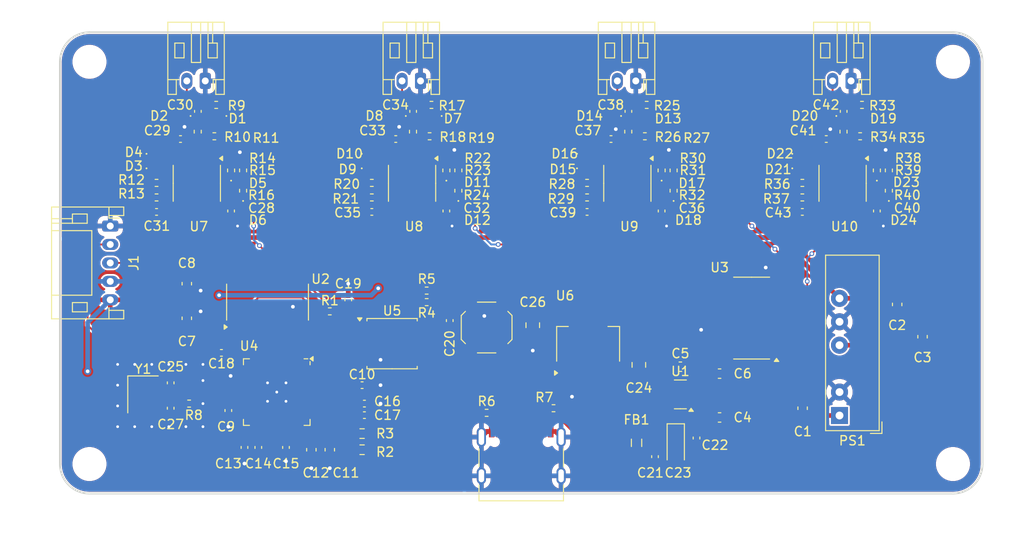
<source format=kicad_pcb>
(kicad_pcb (version 20240108) (generator "pcbnew") (generator_version "8.0")
  (title_block (title "DonCon2040_SMD") (date "2023-07-31") (rev "6") (company "ravinrabbid/amgibson913"))
  (layers (0 "F.Cu" signal) (31 "B.Cu" signal) (34 "B.Paste" user) (35 "F.Paste" user) (36 "B.SilkS" user "B.Silkscreen") (37 "F.SilkS" user "F.Silkscreen") (38 "B.Mask" user) (39 "F.Mask" user) (44 "Edge.Cuts" user))
  (net 0 "")
  (net 1 "Net-(D1-A)")
  (net 2 "GND")
  (net 3 "Net-(D7-A)")
  (net 4 "Net-(D13-A)")
  (net 5 "Net-(D19-A)")
  (net 6 "+12V")
  (net 7 "-12V")
  (net 8 "+5V")
  (net 9 "Net-(D3-K)")
  (net 10 "Net-(D3-A)")
  (net 11 "Net-(D5-K)")
  (net 12 "Net-(D5-A)")
  (net 13 "Net-(D10-K)")
  (net 14 "Net-(D9-A)")
  (net 15 "Net-(D11-K)")
  (net 16 "Net-(D11-A)")
  (net 17 "Net-(D15-K)")
  (net 18 "Net-(D15-A)")
  (net 19 "Net-(D17-K)")
  (net 20 "Net-(D17-A)")
  (net 21 "Net-(D21-K)")
  (net 22 "Net-(D21-A)")
  (net 23 "Net-(D23-K)")
  (net 24 "Net-(D23-A)")
  (net 25 "SCL")
  (net 26 "+3V3")
  (net 27 "SPI MOSI")
  (net 28 "SPI MISO")
  (net 29 "SPI SCLK")
  (net 30 "SPI nCS")
  (net 31 "Ka_Left_ADC")
  (net 32 "Don_Left_ADC")
  (net 33 "Don_Right_ADC")
  (net 34 "Ka_Right_ADC")
  (net 35 "SPI OE")
  (net 36 "Xin")
  (net 37 "Net-(U1-Vout)")
  (net 38 "VBUS")
  (net 39 "USB_D-")
  (net 40 "USB_D+")
  (net 41 "Net-(P1-CC2)")
  (net 43 "Net-(P1-CC1)")
  (net 45 "Net-(SW1-A)")
  (net 46 "QSPI_SS")
  (net 47 "Xout")
  (net 48 "Net-(C27-Pad1)")
  (net 49 "Net-(U7B-+)")
  (net 50 "QSPI_SD2")
  (net 51 "QSPI_SCLK")
  (net 52 "QSPI_SD3")
  (net 53 "QSPI_SD0")
  (net 54 "QSPI_SD1")
  (net 55 "Net-(U8B-+)")
  (net 56 "Net-(U9B-+)")
  (net 57 "Net-(U10B-+)")
  (net 58 "Net-(U4-USB_DM)")
  (net 59 "Net-(U4-USB_DP)")
  (net 60 "Net-(U7A--)")
  (net 61 "Net-(U7B--)")
  (net 62 "Net-(U8A--)")
  (net 63 "Net-(U8B--)")
  (net 64 "+1V1")
  (net 65 "Net-(U9A--)")
  (net 66 "Net-(U9B--)")
  (net 67 "Net-(U10A--)")
  (net 68 "Net-(U10B--)")
  (net 72 "Net-(U2-B1)")
  (net 74 "/Sensor 1/Piezo")
  (net 75 "/Sensor 2/Piezo")
  (net 76 "/Sensor 3/Piezo")
  (net 77 "/Sensor 4/Piezo")
  (net 78 "SDA")
  (net 79 "Net-(U2-B4)")
  (net 80 "Net-(U2-B3)")
  (net 81 "Net-(U2-B2)")
  (footprint "Diode_SMD:D_0402_1005Metric" (layer "F.Cu") (at 100.47 71.170875)
    (property "Reference" "D4")
    (property "Value" "BAT43")
  )
  (footprint "Diode_SMD:D_0402_1005Metric" (layer "F.Cu") (at 155.216666 75.170875 -90)
    (property "Reference" "D17")
    (property "Value" "1N4148")
  )
  (footprint "Resistor_SMD:R_0402_1005Metric" (layer "F.Cu") (at 131.883333 72.970875 -90)
    (property "Reference" "R22")
    (property "Value" "10k")
  )
  (footprint "Resistor_SMD:R_0402_1005Metric" (layer "F.Cu") (at 129.75 86 180)
    (property "Reference" "R5")
    (property "Value" "DNF")
  )
  (footprint "Resistor_SMD:R_0402_1005Metric" (layer "F.Cu") (at 106.735 69.270875)
    (property "Reference" "R11")
    (property "Value" "100k")
  )
  (footprint "Capacitor_SMD:C_0402_1005Metric" (layer "F.Cu") (at 132.25 89.25 90)
    (property "Reference" "C20")
    (property "Value" "100n")
  )
  (footprint "Connector_USB:USB_C_Receptacle_G-Switch_GT-USB-7010ASV" (layer "F.Cu") (at 140 105)
    (property "Reference" "P1" (hide yes))
    (property "Value" "USB_C_Plug_USB2.0")
  )
  (footprint "Capacitor_SMD:C_0805_2012Metric" (layer "F.Cu") (at 152.75 94.05 90)
    (property "Reference" "C24")
    (property "Value" "10u")
  )
  (footprint "Capacitor_SMD:C_0402_1005Metric" (layer "F.Cu") (at 159 101.98 -90)
    (property "Reference" "C22")
    (property "Value" "100n")
  )
  (footprint "Button_Switch_SMD:SW_Push_1P1T_XKB_TS-1187A" (layer "F.Cu") (at 136.25 90 90)
    (property "Reference" "SW1" (hide yes))
    (property "Value" "SW_SPST")
  )
  (footprint "Diode_SMD:D_0402_1005Metric" (layer "F.Cu") (at 103.065 67.070875 180)
    (property "Reference" "D2")
    (property "Value" "1SS133")
  )
  (footprint "Package_SO:SOIC-14_3.9x8.7mm_P1.27mm" (layer "F.Cu") (at 112.5 87.25 90)
    (property "Reference" "U2")
    (property "Value" "TXB0104D")
  )
  (footprint "Capacitor_Tantalum_SMD:CP_EIA-3216-10_Kemet-I" (layer "F.Cu") (at 156.75 102.75 -90)
    (property "Reference" "C23")
    (property "Value" "10u")
  )
  (footprint "Diode_SMD:D_0402_1005Metric" (layer "F.Cu") (at 147.136667 72.748375)
    (property "Reference" "D15")
    (property "Value" "BAT43")
  )
  (footprint "Resistor_SMD:R_0402_1005Metric" (layer "F.Cu") (at 108.55 72.970875 -90)
    (property "Reference" "R14")
    (property "Value" "10k")
  )
  (footprint "Connector_JST:JST_PH_S5B-PH-K_1x05_P2.00mm_Horizontal" (layer "F.Cu") (at 95.45 79 -90)
    (property "Reference" "J1")
    (property "Value" "Pad")
  )
  (footprint "Capacitor_SMD:C_0402_1005Metric" (layer "F.Cu") (at 178.55 77.370875 -90)
    (property "Reference" "C40")
    (property "Value" "100nF")
  )
  (footprint "Inductor_SMD:L_0805_2012Metric" (layer "F.Cu") (at 152.5 102.5 90)
    (property "Reference" "FB1")
    (property "Value" "FerriteBead_Small")
  )
  (footprint "Resistor_SMD:R_0402_1005Metric" (layer "F.Cu") (at 156.516666 75.170875 90)
    (property "Reference" "R32")
    (property "Value" "300")
  )
  (footprint "Crystal:Crystal_SMD_3225-4Pin_3.2x2.5mm" (layer "F.Cu") (at 99 97.25 -90)
    (property "Reference" "Y1")
    (property "Value" "12MHz")
  )
  (footprint "Capacitor_SMD:C_0402_1005Metric" (layer "F.Cu") (at 121.25 87 90)
    (property "Reference" "C19")
    (property "Value" "100n")
  )
  (footprint "Resistor_SMD:R_0402_1005Metric" (layer "F.Cu") (at 156.516666 72.970875 -90)
    (property "Reference" "R31")
    (property "Value" "1k")
  )
  (footprint "Capacitor_SMD:C_0402_1005Metric" (layer "F.Cu") (at 155.216666 77.370875 -90)
    (property "Reference" "C36")
    (property "Value" "100nF")
  )
  (footprint "Resistor_SMD:R_0402_1005Metric" (layer "F.Cu") (at 151.601667 68.770875 90)
    (property "Reference" "R26")
    (property "Value" "4.7k")
  )
  (footprint "Capacitor_SMD:C_0402_1005Metric" (layer "F.Cu") (at 128.283334 66.570875 -90)
    (property "Reference" "C34")
    (property "Value" "1nF")
  )
  (footprint "Capacitor_SMD:C_0402_1005Metric" (layer "F.Cu") (at 107.5 92.75 180)
    (property "Reference" "C18")
    (property "Value" "100n")
  )
  (footprint "Capacitor_SMD:C_0402_1005Metric" (layer "F.Cu") (at 126.398334 69.570875)
    (property "Reference" "C33")
    (property "Value" "100nF")
  )
  (footprint "Capacitor_SMD:C_0402_1005Metric" (layer "F.Cu") (at 114.5 103 -90)
    (property "Reference" "C15")
    (property "Value" "100n")
  )
  (footprint "Resistor_SMD:R_0402_1005Metric" (layer "F.Cu") (at 130.068333 69.270875)
    (property "Reference" "R19")
    (property "Value" "100k")
  )
  (footprint "Connector_JST:JST_PH_S2B-PH-K_1x02_P2.00mm_Horizontal" (layer "F.Cu") (at 105.75 63.270875 180)
    (property "Reference" "J2" (hide yes))
    (property "Value" "JST")
  )
  (footprint "Connector_JST:JST_PH_S2B-PH-K_1x02_P2.00mm_Horizontal" (layer "F.Cu") (at 152.416666 63.270875 180)
    (property "Reference" "J4" (hide yes))
    (property "Value" "JST")
  )
  (footprint "Resistor_SMD:R_0402_1005Metric" (layer "F.Cu") (at 136.25 99.25 180)
    (property "Reference" "R6")
    (property "Value" "5k1")
  )
  (footprint "MountingHole:MountingHole_3.2mm_M3" (layer "F.Cu") (at 186.8 104.8)
    (property "Reference" "H4" (hide yes))
    (property "Value" "MountingHole")
  )
  (footprint "Diode_SMD:D_0402_1005Metric" (layer "F.Cu") (at 149.731667 67.070875 180)
    (property "Reference" "D14")
    (property "Value" "1SS133")
  )
  (footprint "Diode_SMD:D_0402_1005Metric" (layer "F.Cu") (at 176.95 67.070875 180)
    (property "Reference" "D19")
    (property "Value" "1SS133")
  )
  (footprint "Package_SO:SOIC-8_3.9x4.9mm_P1.27mm" (layer "F.Cu") (at 104.835 74.370875 -90)
    (property "Reference" "U7")
    (property "Value" "TL072")
  )
  (footprint "Resistor_SMD:R_0402_1005Metric" (layer "F.Cu") (at 179.85 72.970875 -90)
    (property "Reference" "R39")
    (property "Value" "1k")
  )
  (footprint "Capacitor_SMD:C_0603_1608Metric" (layer "F.Cu") (at 161.5 99.75 180)
    (property "Reference" "C4")
    (property "Value" "0.1uF")
  )
  (footprint "Diode_SMD:D_0402_1005Metric" (layer "F.Cu") (at 109.85 77.370875 -90)
    (property "Reference" "D6")
    (property "Value" "4.3V")
  )
  (footprint "Capacitor_SMD:C_0402_1005Metric" (layer "F.Cu") (at 108.55 77.370875 -90)
    (property "Reference" "C28")
    (property "Value" "100nF")
  )
  (footprint "Capacitor_SMD:C_0402_1005Metric" (layer "F.Cu") (at 100.47 77.470875 180)
    (property "Reference" "C31")
    (property "Value" "0.47uF")
  )
  (footprint "Package_SO:SOIC-8_5.23x5.23mm_P1.27mm" (layer "F.Cu") (at 126 91.75)
    (property "Reference" "U5")
    (property "Value" "W25Q128JVS")
  )
  (footprint "Diode_SMD:D_0402_1005Metric" (layer "F.Cu") (at 179.85 77.370875 -90)
    (property "Reference" "D24")
    (property "Value" "4.3V")
  )
  (footprint "Diode_SMD:D_0402_1005Metric" (layer "F.Cu") (at 123.803334 72.748375)
    (property "Reference" "D9")
    (property "Value" "BAT43")
  )
  (footprint "Resistor_SMD:R_0402_1005Metric" (layer "F.Cu") (at 119.25 88.25)
    (property "Reference" "R1")
    (property "Value" "10k")
  )
  (footprint "Capacitor_SMD:C_0603_1608Metric" (layer "F.Cu") (at 183.5 91 -90)
    (property "Reference" "C3")
    (property "Value" "1uF")
  )
  (footprint "Resistor_SMD:R_0402_1005Metric" (layer "F.Cu") (at 176.935 65.870875)
    (property "Reference" "R33")
    (property "Value" "1M")
  )
  (footprint "Capacitor_SMD:C_0402_1005Metric" (layer "F.Cu") (at 149.731667 69.570875)
    (property "Reference" "C37")
    (property "Value" "100nF")
  )
  (footprint "Resistor_SMD:R_0402_1005Metric" (layer "F.Cu") (at 179.85 75.170875 90)
    (property "Reference" "R40")
    (property "Value" "300")
  )
  (footprint "Resistor_SMD:R_0402_1005Metric" (layer "F.Cu") (at 147.136667 74.325875)
    (property "Reference" "R28")
    (property "Value" "100")
  )
  (footprint "Resistor_SMD:R_0402_1005Metric" (layer "F.Cu") (at 170.470001 74.325875)
    (property "Reference" "R36")
    (property "Value" "100")
  )
  (footprint "Resistor_SMD:R_0402_1005Metric" (layer "F.Cu") (at 153.401666 69.270875)
    (property "Reference" "R27")
    (property "Value" "100k")
  )
  (footprint "Diode_SMD:D_0402_1005Metric" (layer "F.Cu") (at 126.398334 67.070875 180)
    (property "Reference" "D8")
    (property "Value" "1SS133")
  )
  (footprint "Capacitor_SMD:C_0603_1608Metric" (layer "F.Cu") (at 180.75 87.5 -90)
    (property "Reference" "C2")
    (property "Value" "1uF")
  )
  (footprint "Connector_JST:JST_PH_S2B-PH-K_1x02_P2.00mm_Horizontal" (layer "F.Cu") (at 175.75 63.270875 180)
    (property "Reference" "J5" (hide yes))
    (property "Value" "JST")
  )
  (footprint "Resistor_SMD:R_0402_1005Metric" (layer "F.Cu") (at 109.85 72.970875 -90)
    (property "Reference" "R15")
    (property "Value" "1k")
  )
  (footprint "Capacitor_SMD:C_0603_1608Metric" (layer "F.Cu") (at 119.25 103.25 -90)
    (property "Reference" "C11")
    (property "Value" "1u")
  )
  (footprint "Capacitor_SMD:C_0603_1608Metric" (layer "F.Cu") (at 117.25 103.25 -90)
    (property "Reference" "C12")
    (property "Value" "1u")
  )
  (footprint "Package_TO_SOT_SMD:SOT-223-3_TabPin2" (layer "F.Cu") (at 147.25 91.8 90)
    (property "Reference" "U6")
    (property "Value" "AMS1117-3.3")
  )
  (footprint "Converter_DCDC:Converter_DCDC_XP_POWER-IAxxxxS_THT" (layer "F.Cu") (at 174.5 99.54 180)
    (property "Reference" "PS1")
    (property "Value" "A0512S-1WR3")
  )
  (footprint "Diode_SMD:D_0402_1005Metric" (layer "F.Cu") (at 108.55 75.170875 -90)
    (property "Reference" "D5")
    (property "Value" "1N4148")
  )
  (footprint "Capacitor_SMD:C_0402_1005Metric" (layer "F.Cu") (at 110 103 -90)
    (property "Reference" "C13")
    (property "Value" "100n")
  )
  (footprint "Diode_SMD:D_0402_1005Metric" (layer "F.Cu") (at 153.616666 67.070875 180)
    (property "Reference" "D13")
    (property "Value" "1SS133")
  )
  (footprint "Capacitor_SMD:C_0603_1608Metric" (layer "F.Cu") (at 161.5 95 180)
    (property "Reference" "C6")
    (property "Value" "0.1uF")
  )
  (footprint "Capacitor_SMD:C_0402_1005Metric" (layer "F.Cu") (at 123 98.25)
    (property "Reference" "C16")
    (property "Value" "100n")
  )
  (footprint "Resistor_SMD:R_0402_1005Metric" (layer "F.Cu") (at 123.803334 75.903375)
    (property "Reference" "R21")
    (property "Value" "5.1k")
  )
  (footprint "Capacitor_SMD:C_0402_1005Metric" (layer "F.Cu") (at 102 98.75 -90)
    (property "Reference" "C27")
    (property "Value" "30p")
  )
  (footprint "Diode_SMD:D_0402_1005Metric" (layer "F.Cu") (at 178.55 75.170875 -90)
    (property "Reference" "D23")
    (property "Value" "1N4148")
  )
  (footprint "Resistor_SMD:R_0402_1005Metric" (layer "F.Cu") (at 100.47 75.903375)
    (property "Reference" "R13")
    (property "Value" "5.1k")
  )
  (footprint "Capacitor_SMD:C_0805_2012Metric" (layer "F.Cu") (at 141.25 89.75 -90)
    (property "Reference" "C26")
    (property "Value" "10u")
  )
  (footprint "Diode_SMD:D_0402_1005Metric" (layer "F.Cu") (at 170.470001 71.170875)
    (property "Reference" "D22")
    (property "Value" "BAT43")
  )
  (footprint "Capacitor_SMD:C_0402_1005Metric" (layer "F.Cu") (at 154.5 104 -90)
    (property "Reference" "C21")
    (property "Value" "10n")
  )
  (footprint "Resistor_SMD:R_0402_1005Metric" (layer "F.Cu") (at 104.935 68.770875 90)
    (property "Reference" "R10")
    (property "Value" "4.7k")
  )
  (footprint "Capacitor_SMD:C_0402_1005Metric" (layer "F.Cu") (at 122.75 96.25)
    (property "Reference" "C10")
    (property "Value" "100n")
  )
  (footprint "MountingHole:MountingHole_3.2mm_M3" (layer "F.Cu") (at 93.2 61.2)
    (property "Reference" "H1" (hide yes))
    (property "Value" "MountingHole")
  )
  (footprint "Diode_SMD:D_0402_1005Metric" (layer "F.Cu") (at 156.516666 77.370875 -90)
    (property "Reference" "D18")
    (property "Value" "4.3V")
  )
  (footprint "Resistor_SMD:R_0402_1005Metric" (layer "F.Cu") (at 130.268333 65.870875)
    (property "Reference" "R17")
    (property "Value" "1M")
  )
  (footprint "Capacitor_SMD:C_0402_1005Metric" (layer "F.Cu") (at 123 99.5)
    (property "Reference" "C17")
    (property "Value" "100n")
  )
  (footprint "Capacitor_SMD:C_0402_1005Metric" (layer "F.Cu") (at 170.470001 77.470875 180)
    (property "Reference" "C43")
    (property "Value" "0.47uF")
  )
  (footprint "Diode_SMD:D_0402_1005Metric" (layer "F.Cu") (at 170.470001 72.748375)
    (property "Reference" "D21")
    (property "Value" "BAT43")
  )
  (footprint "Resistor_SMD:R_0402_1005Metric" (layer "F.Cu") (at 133.183333 75.170875 90)
    (property "Reference" "R24")
    (property "Value" "300")
  )
  (footprint "Resistor_SMD:R_0402_1005Metric" (layer "F.Cu") (at 129.75 87.25 180)
    (property "Reference" "R4")
    (property "Value" "1k")
  )
  (footprint "Resistor_SMD:R_0402_1005Metric" (layer "F.Cu") (at 153.601666 65.870875)
    (property "Reference" "R25")
    (property "Value" "1M")
  )
  (footprint "Diode_SMD:D_0402_1005Metric" (layer "F.Cu") (at 100.47 72.748375)
    (property "Reference" "D3")
    (property "Value" "BAT43")
  )
  (footprint "MountingHole:MountingHole_3.2mm_M3" (layer "F.Cu") (at 186.8 61.2)
    (property "Reference" "H2" (hide yes))
    (property "Value" "MountingHole")
  )
  (footprint "Resistor_SMD:R_0402_1005Metric" (layer "F.Cu") (at 170.470001 75.903375)
    (property "Reference" "R37")
    (property "Value" "5.1k")
  )
  (footprint "Capacitor_SMD:C_0603_1608Metric" (layer "F.Cu") (at 157.25 94.25)
    (property "Reference" "C5")
    (property "Value" "10uF")
  )
  (footprint "Diode_SMD:D_0402_1005Metric" (layer "F.Cu") (at 133.183333 77.370875 -90)
    (property "Reference" "D12")
    (property "Value" "4.3V")
  )
  (footprint "Resistor_SMD:R_0402_1005Metric" (layer "F.Cu") (at 100.47 74.325875)
    (property "Reference" "R12")
    (property "Value" "100")
  )
  (footprint "Resistor_SMD:R_0402_1005Metric" (layer "F.Cu") (at 178.55 72.970875 -90)
    (property "Reference" "R38")
    (property "Value" "10k")
  )
  (footprint "Package_SO:SOIC-8_3.9x4.9mm_P1.27mm" (layer "F.Cu") (at 151.501667 74.370875 -90)
    (property "Reference" "U9")
    (property "Value" "TL072")
  )
  (footprint "Diode_SMD:D_0402_1005Metric" (layer "F.Cu") (at 131.883333 75.170875 -90)
    (property "Reference" "D11")
    (property "Value" "1N4148")
  )
  (footprint "MountingHole:MountingHole_3.2mm_M3" (layer "F.Cu") (at 93.2 104.8)
    (property "Reference" "H3" (hide yes))
    (property "Value" "MountingHole")
  )
  (footprint "Resistor_SMD:R_0402_1005Metric" (layer "F.Cu") (at 174.935001 68.770875 90)
    (property "Reference" "R34")
    (property "Value" "4.7k")
  )
  (footprint "Diode_SMD:D_0402_1005Metric" (layer "F.Cu") (at 106.95 67.070875 180)
    (property "Reference" "D1")
    (property "Value" "1SS133")
  )
  (footprint "Capacitor_SMD:C_0603_1608Metric" (layer "F.Cu") (at 103.75 85.25 90)
    (property "Reference" "C8")
    (property "Value" "0.1uF")
  )
  (footprint "Diode_SMD:D_0402_1005Metric" (layer "F.Cu") (at 130.283333 67.070875 180)
    (property "Reference" "D7")
    (property "Value" "1SS133")
  )
  (footprint "Diode_SMD:D_0402_1005Metric" (layer "F.Cu") (at 123.803334 71.170875)
    (property "Reference" "D10")
    (property "Value" "BAT43")
  )
  (footprint "Capacitor_SMD:C_0402_1005Metric" (layer "F.Cu") (at 131.883333 77.370875 -90)
    (property "Reference" "C32")
    (property "Value" "100nF")
  )
  (footprint "Package_SO:SOIC-8_3.9x4.9mm_P1.27mm" (layer "F.Cu") (at 174.835001 74.370875 -90)
    (property "Reference" "U10")
    (property "Value" "TL072")
  )
  (footprint "Package_SO:SOIC-8_3.9x4.9mm_P1.27mm" (layer "F.Cu") (at 128.168334 74.370875 -90)
    (property "Reference" "U8")
    (property "Value" "TL072")
  )
  (footprint "Resistor_SMD:R_0402_1005Metric" (layer "F.Cu") (at 133.183333 72.970875 -90)
    (property "Reference" "R23")
    (property "Value" "1k")
  )
  (footprint "Resistor_SMD:R_0402_1005Metric" (layer "F.Cu") (at 106.935 65.870875)
    (property "Reference" "R9")
    (property "Value" "1M")
  )
  (footprint "Resistor_SMD:R_0402_1005Metric" (layer "F.Cu") (at 109.85 75.170875 90)
    (property "Reference" "R16")
    (property "Value" "300")
  )
  (footprint "Capacitor_SMD:C_0402_1005Metric" (layer "F.Cu") (at 102 96 90)
    (property "Reference" "C25")
    (property "Value" "30p")
  )
  (footprint "Resistor_SMD:R_0402_1005Metric" (layer "F.Cu") (at 155.216666 72.970875 -90)
    (property "Reference" "R30")
    (property "Value" "10k")
  )
  (footprint "Resistor_SMD:R_0402_1005Metric" (layer "F.Cu") (at 143.5 98.75)
    (property "Reference" "R7")
    (property "Value" "5k1")
  )
  (footprint "Capacitor_SMD:C_0402_1005Metric" (layer "F.Cu") (at 173.065001 69.570875)
    (property "Reference" "C41")
    (property "Value" "100nF")
  )
  (footprint "Resistor_SMD:R_0402_1005Metric" (layer "F.Cu") (at 176.735 69.270875)
    (property "Reference" "R35")
    (property "Value" "100k")
  )
  (footprint "Diode_SMD:D_0402_1005Metric" (layer "F.Cu") (at 147.136667 71.170875)
    (property "Reference" "D16")
    (property "Value" "BAT43")
  )
  (footprint "Resistor_SMD:R_0603_1608Metric" (layer "F.Cu") (at 122.75 101.5 180)
    (property "Reference" "R3")
    (property "Value" "27R")
  )
  (footprint "Capacitor_SMD:C_0402_1005Metric" (layer "F.Cu") (at 103.065 69.570875)
    (property "Reference" "C29")
    (property "Value" "100nF")
  )
  (footprint "Package_SO:SOIC-14_3.9x8.7mm_P1.27mm" (layer "F.Cu") (at 164.975 88.98 180)
    (property "Reference" "U3")
    (property "Value" "MCP3204")
  )
  (footprint "Capacitor_SMD:C_0402_1005Metric" (layer "F.Cu") (at 123.803334 77.470875 180)
    (property "Reference" "C35")
    (property "Value" "0.47uF")
  )
  (footprint "Capacitor_SMD:C_0402_1005Metric" (layer "F.Cu") (at 111.5 103 -90)
    (property "Reference" "C14")
    (property "Value" "100n")
  )
  (footprint "Package_DFN_QFN:QFN-56-1EP_7x7mm_P0.4mm_EP3.2x3.2mm" (layer "F.Cu") (at 113.5 97 -90)
    (property "Reference" "U4")
    (property "Value" "RP2040")
  )
  (footprint "Resistor_SMD:R_0402_1005Metric" (layer "F.Cu") (at 147.136667 75.903375)
    (property "Reference" "R29")
    (property "Value" "5.1k")
  )
  (footprint "Capacitor_SMD:C_0402_1005Metric" (layer "F.Cu") (at 174.950001 66.570875 -90)
    (property "Reference" "C42")
    (property "Value" "1nF")
  )
  (footprint "Resistor_SMD:R_0402_1005Metric" (layer "F.Cu") (at 123.803334 74.325875)
    (property "Reference" "R20")
    (property "Value" "100")
  )
  (footprint "Package_TO_SOT_SMD:SOT-23" (layer "F.Cu") (at 157.25 97.25 180)
    (property "Reference" "U1")
    (property "Value" "MCP1541-TT")
  )
  (footprint "Resistor_SMD:R_0603_1608Metric" (layer "F.Cu") (at 122.75 103.25 180)
    (property "Reference" "R2")
    (property "Value" "27R")
  )
  (footprint "Resistor_SMD:R_0402_1005Metric" (layer "F.Cu") (at 128.268334 68.770875 90)
    (property "Reference" "R18")
    (property "Value" "4.7k")
  )
  (footprint "Resistor_SMD:R_0402_1005Metric" (layer "F.Cu") (at 104 98.25 180)
    (property "Reference" "R8")
    (property "Value" "1k")
  )
  (footprint "Diode_SMD:D_0402_1005Metric" (layer "F.Cu") (at 173.065001 67.070875 180)
    (property "Reference" "D20")
    (property "Value" "1SS133")
  )
  (footprint "Capacitor_SMD:C_0402_1005Metric" (layer "F.Cu") (at 108.25 99 -90)
    (property "Reference" "C9")
    (property "Value" "100n")
  )
  (footprint "Capacitor_SMD:C_0402_1005Metric" (layer "F.Cu") (at 147.136667 77.470875 180)
    (property "Reference" "C39")
    (property "Value" "0.47uF")
  )
  (footprint "Capacitor_SMD:C_0402_1005Metric" (layer "F.Cu") (at 151.616667 66.570875 -90)
    (property "Reference" "C38")
    (property "Value" "1nF")
  )
  (footprint "Capacitor_SMD:C_0603_1608Metric" (layer "F.Cu") (at 103.75 89 90)
    (property "Reference" "C7")
    (property "Value" "0.1uF")
  )
  (footprint "Capacitor_SMD:C_0402_1005Metric" (layer "F.Cu") (at 104.95 66.570875 -90)
    (property "Reference" "C30")
    (property "Value" "1nF")
  )
  (footprint "Capacitor_SMD:C_0603_1608Metric" (layer "F.Cu") (at 170.5 98.75 90)
    (property "Reference" "C1")
    (property "Value" "4.7uF")
  )
  (footprint "Connector_JST:JST_PH_S2B-PH-K_1x02_P2.00mm_Horizontal" (layer "F.Cu") (at 129.083333 63.270875 180)
    (property "Reference" "J3" (hide yes))
    (property "Value" "JST")
  )
  (gr_line (start 90 104.8) (end 90 61.2) (stroke (width 0.2)) (layer "Edge.Cuts"))
  (gr_line (start 186.8 108) (end 93.2 108) (stroke (width 0.2)) (layer "Edge.Cuts"))
  (gr_line (start 190 61.2) (end 190 104.8) (stroke (width 0.2)) (layer "Edge.Cuts"))
  (gr_arc (start 190 104.8) (mid 189.062742 107.062742) (end 186.8 108) (stroke (width 0.2)) (layer "Edge.Cuts"))
  (gr_arc (start 90 61.2) (mid 90.937258 58.937258) (end 93.2 58) (stroke (width 0.2)) (layer "Edge.Cuts"))
  (gr_arc (start 93.2 108) (mid 90.937258 107.062742) (end 90 104.8) (stroke (width 0.2)) (layer "Edge.Cuts"))
  (gr_line (start 93.2 58) (end 186.8 58) (stroke (width 0.2)) (layer "Edge.Cuts"))
  (gr_arc (start 186.8 58) (mid 189.062742 58.937258) (end 190 61.2) (stroke (width 0.2)) (layer "Edge.Cuts"))
  (segment (start 104.935 68.260875) (end 104.935 67.065875) (width 0.2) (layer "F.Cu") (net 1))
  (segment (start 103.55 67.070875) (end 106.465 67.070875) (width 0.2) (layer "F.Cu") (net 1))
  (segment (start 106.425 65.870875) (end 106.425 67.030875) (width 0.2) (layer "F.Cu") (net 1))
  (segment (start 150.866667 71.895875) (end 150.866667 70.225875) (width 0.5) (layer "F.Cu") (net 2))
  (segment (start 126.878334 69.570875) (end 126.878334 68.360001) (width 0.5) (layer "F.Cu") (net 2))
  (segment (start 103.545 69.570875) (end 103.545 68.295) (width 0.5) (layer "F.Cu") (net 2))
  (segment (start 156.516666 72.460875) (end 156.516666 71.266666) (width 0.5) (layer "F.Cu") (net 2))
  (segment (start 103.545 68.295) (end 103.5 68.25) (width 0.5) (layer "F.Cu") (net 2))
  (segment (start 143.72 101.275) (end 144.32 101.875) (width 0.5) (layer "F.Cu") (net 2))
  (segment (start 109.85 72.460875) (end 109.85 71.35) (width 0.5) (layer "F.Cu") (net 2))
  (segment (start 162.5 90.25) (end 159.5 90.25) (width 0.5) (layer "F.Cu") (net 2))
  (segment (start 150.211667 69.570875) (end 150.211667 68.538333) (width 0.5) (layer "F.Cu") (net 2))
  (segment (start 174.200001 70.225875) (end 173.545001 69.570875) (width 0.5) (layer "F.Cu") (net 2))
  (segment (start 110 103.48) (end 110 104.75) (width 0.5) (layer "F.Cu") (net 2))
  (segment (start 104.2 71.895875) (end 104.2 70.225875) (width 0.5) (layer "F.Cu") (net 2))
  (segment (start 109.85 71.35) (end 109.5 71) (width 0.5) (layer "F.Cu") (net 2))
  (segment (start 117.25 104.025) (end 117.25 105.25) (width 0.5) (layer "F.Cu") (net 2))
  (segment (start 105.225 86.025) (end 105.25 86) (width 0.5) (layer "F.Cu") (net 2))
  (segment (start 144.95 96.95) (end 145.5 97.5) (width 0.5) (layer "F.Cu") (net 2))
  (segment (start 140.75 93) (end 141.25 92.5) (width 0.5) (layer "F.Cu") (net 2))
  (segment (start 103.75 88.225) (end 105.225 88.225) (width 0.5) (layer "F.Cu") (net 2))
  (segment (start 123.23 96.25) (end 124.75 96.25) (width 0.5) (layer "F.Cu") (net 2))
  (segment (start 124.595 93.655) (end 124.75 93.5) (width 0.5) (layer "F.Cu") (net 2))
  (segment (start 121.25 86.52) (end 121.25 85.25) (width 0.5) (layer "F.Cu") (net 2))
  (segment (start 143.2 101.275) (end 143.72 101.275) (width 0.5) (layer "F.Cu") (net 2))
  (segment (start 104.2 70.225875) (end 103.545 69.570875) (width 0.5) (layer "F.Cu") (net 2))
  (segment (start 138.125 87.625) (end 137 88.75) (width 0.5) (layer "F.Cu") (net 2))
  (segment (start 114.5 103.48) (end 114.5 104.5) (width 0.5) (layer "F.Cu") (net 2))
  (segment (start 110 103.48) (end 111.5 103.48) (width 0.5) (layer "F.Cu") (net 2))
  (segment (start 173.545001 68.545001) (end 173.5 68.5) (width 0.5) (layer "F.Cu") (net 2))
  (segment (start 179.85 72.460875) (end 179.85 71.1) (width 0.5) (layer "F.Cu") (net 2))
  (segment (start 132.25 88.77) (end 135.98 88.77) (width 0.5) (layer "F.Cu") (net 2))
  (segment (start 120.23 86.52) (end 121.25 86.52) (width 0.5) (layer "F.Cu") (net 2))
  (segment (start 135.98 88.77) (end 136 88.75) (width 0.5) (layer "F.Cu") (net 2))
  (segment (start 127.533334 70.225875) (end 126.878334 69.570875) (width 0.5) (layer "F.Cu") (net 2))
  (segment (start 119.76 88.25) (end 119.76 86.99) (width 0.5) (layer "F.Cu") (net 2))
  (segment (start 136.28 101.275) (end 135.68 101.875) (width 0.5) (layer "F.Cu") (net 2))
  (segment (start 167.45 85.17) (end 167.45 84.45) (width 0.5) (layer "F.Cu") (net 2))
  (segment (start 127.533334 71.895875) (end 127.533334 70.225875) (width 0.5) (layer "F.Cu") (net 2))
  (segment (start 133.183333 72.460875) (end 133.183333 71.183333) (width 0.5) (layer "F.Cu") (net 2))
  (segment (start 119.76 86.99) (end 120.23 86.52) (width 0.5) (layer "F.Cu") (net 2))
  (segment (start 144.95 94.95) (end 144.95 96.95) (width 0.5) (layer "F.Cu") (net 2))
  (segment (start 107.02 93.77) (end 108.5 95.25) (width 0.5) (layer "F.Cu") (net 2))
  (segment (start 123.48 98.25) (end 124.75 98.25) (width 0.5) (layer "F.Cu") (net 2))
  (segment (start 105.225 88.225) (end 105.25 88.25) (width 0.5) (layer "F.Cu") (net 2))
  (segment (start 141.25 90.7) (end 141.25 92.5) (width 0.5) (layer "F.Cu") (net 2))
  (segment (start 107.02 92.75) (end 107.02 93.77) (width 0.5) (layer "F.Cu") (net 2))
  (segment (start 110.0625 96) (end 109.25 96) (width 0.2) (layer "F.Cu") (net 2))
  (segment (start 174.200001 71.895875) (end 174.200001 70.225875) (width 0.5) (layer "F.Cu") (net 2))
  (segment (start 122.4 93.655) (end 124.595 93.655) (width 0.5) (layer "F.Cu") (net 2))
  (segment (start 108.25 99.48) (end 108.25 100.75) (width 0.5) (layer "F.Cu") (net 2))
  (segment (start 119.25 104.025) (end 119.25 105.25) (width 0.5) (layer "F.Cu") (net 2))
  (segment (start 133.183333 71.183333) (end 132.75 70.75) (width 0.5) (layer "F.Cu") (net 2))
  (segment (start 167.45 84.45) (end 166.5 83.5) (width 0.5) (layer "F.Cu") (net 2))
  (segment (start 136.8 101.275) (end 136.28 101.275) (width 0.5) (layer "F.Cu") (net 2))
  (segment (start 109.25 96) (end 108.5 95.25) (width 0.2) (layer "F.Cu") (net 2))
  (segment (start 150.866667 70.225875) (end 150.211667 69.570875) (width 0.5) (layer "F.Cu") (net 2))
  (segment (start 179.85 71.1) (end 179.5 70.75) (width 0.5) (layer "F.Cu") (net 2))
  (segment (start 126.878334 68.360001) (end 126.768333 68.25) (width 0.5) (layer "F.Cu") (net 2))
  (segment (start 156.516666 71.266666) (end 156 70.75) (width 0.5) (layer "F.Cu") (net 2))
  (segment (start 123.48 99.5) (end 123.48 98.25) (width 0.5) (layer "F.Cu") (net 2))
  (segment (start 138.125 87) (end 138.125 87.625) (width 0.5) (layer "F.Cu") (net 2))
  (segment (start 103.75 86.025) (end 105.225 86.025) (width 0.5) (layer "F.Cu") (net 2))
  (segment (start 173.545001 69.570875) (end 173.545001 68.545001) (width 0.5) (layer "F.Cu") (net 2))
  (segment (start 116.31 88.81) (end 115.25 87.75) (width 0.5) (layer "F.Cu") (net 2))
  (segment (start 116.31 89.725) (end 116.31 88.81) (width 0.5) (layer "F.Cu") (net 2))
  (segment (start 137 88.75) (end 136 88.75) (width 0.5) (layer "F.Cu") (net 2))
  (segment (start 150.211667 68.538333) (end 150.25 68.5) (width 0.5) (layer "F.Cu") (net 2))
  (segment (start 138.125 93) (end 140.75 93) (width 0.5) (layer "F.Cu") (net 2))
  (via (at 166.5 83.5) (size 0.8) (drill 0.4) (layers "F.Cu" "B.Cu") (net 2))
  (via (at 108.5 95.25) (size 0.8) (drill 0.4) (layers "F.Cu" "B.Cu") (net 2))
  (via (at 108.25 100.75) (size 0.8) (drill 0.4) (layers "F.Cu" "B.Cu") (net 2))
  (via (at 105.25 86) (size 0.8) (drill 0.4) (layers "F.Cu" "B.Cu") (net 2))
  (via (at 145.5 97.5) (size 0.8) (drill 0.4) (layers "F.Cu" "B.Cu") (net 2))
  (via (at 110 104.75) (size 0.8) (drill 0.4) (layers "F.Cu" "B.Cu") (net 2))
  (via (at 124.75 98.25) (size 0.8) (drill 0.4) (layers "F.Cu" "B.Cu") (net 2))
  (via (at 114.5 96) (size 0.5) (drill 0.3) (layers "F.Cu" "B.Cu") (net 2))
  (via (at 132.5 79) (size 0.5) (drill 0.3) (layers "F.Cu" "B.Cu") (net 2))
  (via (at 103.5 68.25) (size 0.8) (drill 0.4) (layers "F.Cu" "B.Cu") (net 2))
  (via (at 159.5 90.25) (size 0.8) (drill 0.4) (layers "F.Cu" "B.Cu") (net 2))
  (via (at 96.25 96.25) (size 0.5) (drill 0.3) (layers "F.Cu" "B.Cu") (net 2))
  (via (at 119.25 105.25) (size 0.8) (drill 0.4) (layers "F.Cu" "B.Cu") (net 2))
  (via (at 109.25 79) (size 0.5) (drill 0.3) (layers "F.Cu" "B.Cu") (net 2))
  (via (at 103.65 100.75) (size 0.5) (drill 0.3) (layers "F.Cu" "B.Cu") (net 2))
  (via (at 132.75 70.75) (size 0.8) (drill 0.4) (layers "F.Cu" "B.Cu") (net 2))
  (via (at 155.75 79) (size 0.5) (drill 0.3) (layers "F.Cu" "B.Cu") (net 2))
  (via (at 126.768333 68.25) (size 0.8) (drill 0.4) (layers "F.Cu" "B.Cu") (net 2))
  (via (at 99.95 100.75) (size 0.5) (drill 0.3) (layers "F.Cu" "B.Cu") (net 2))
  (via (at 105.5 95.75) (size 0.5) (drill 0.3) (layers "F.Cu" "B.Cu") (net 2))
  (via (at 179.5 70.75) (size 0.8) (drill 0.4) (layers "F.Cu" "B.Cu") (net 2))
  (via (at 112.5 98) (size 0.5) (drill 0.3) (layers "F.Cu" "B.Cu") (net 2))
  (via (at 150.25 68.5) (size 0.8) (drill 0.4) (layers "F.Cu" "B.Cu") (net 2))
  (via (at 105.5 100.75) (size 0.5) (drill 0.3) (layers "F.Cu" "B.Cu") (net 2))
  (via (at 96.25 94) (size 0.5) (drill 0.3) (layers "F.Cu" "B.Cu") (net 2))
  (via (at 113.5 97) (size 0.5) (drill 0.3) (layers "F.Cu" "B.Cu") (net 2))
  (via (at 136 88.75) (size 0.8) (drill 0.4) (layers "F.Cu" "B.Cu") (net 2))
  (via (at 101.8 94) (size 0.5) (drill 0.3) (layers "F.Cu" "B.Cu") (net 2))
  (via (at 124.75 96.25) (size 0.8) (drill 0.4) (layers "F.Cu" "B.Cu") (net 2))
  (via (at 101.8 100.75) (size 0.5) (drill 0.3) (layers "F.Cu" "B.Cu") (net 2))
  (via (at 141.25 92.5) (size 0.8) (drill 0.4) (layers "F.Cu" "B.Cu") (net 2))
  (via (at 121.25 85.25) (size 0.8) (drill 0.4) (layers "F.Cu" "B.Cu") (net 2))
  (via (at 105.5 98.25) (size 0.5) (drill 0.3) (layers "F.Cu" "B.Cu") (net 2))
  (via (at 179.25 79) (size 0.5) (drill 0.3) (layers "F.Cu" "B.Cu") (net 2))
  (via (at 109.5 71) (size 0.8) (drill 0.4) (layers "F.Cu" "B.Cu") (net 2))
  (via (at 117.25 105.25) (size 0.8) (drill 0.4) (layers "F.Cu" "B.Cu") (net 2))
  (via (at 96.25 100.75) (size 0.5) (drill 0.3) (layers "F.Cu" "B.Cu") (net 2))
  (via (at 115.25 87.75) (size 0.8) (drill 0.4) (layers "F.Cu" "B.Cu") (net 2))
  (via (at 173.5 68.5) (size 0.8) (drill 0.4) (layers "F.Cu" "B.Cu") (net 2))
  (via (at 105.5 94) (size 0.5) (drill 0.3) (layers "F.Cu" "B.Cu") (net 2))
  (via (at 114.5 104.5) (size 0.8) (drill 0.4) (layers "F.Cu" "B.Cu") (net 2))
  (via (at 114.5 98) (size 0.5) (drill 0.3) (layers "F.Cu" "B.Cu") (net 2))
  (via (at 124.75 93.5) (size 0.8) (drill 0.4) (layers "F.Cu" "B.Cu") (net 2))
  (via (at 99.95 94) (size 0.5) (drill 0.3) (layers "F.Cu" "B.Cu") (net 2))
  (via (at 96.25 98.5) (size 0.5) (drill 0.3) (layers "F.Cu" "B.Cu") (net 2))
  (via (at 112.5 96) (size 0.5) (drill 0.3) (layers "F.Cu" "B.Cu") (net 2))
  (via (at 98.1 100.75) (size 0.5) (drill 0.3) (layers "F.Cu" "B.Cu") (net 2))
  (via (at 105.25 88.25) (size 0.8) (drill 0.4) (layers "F.Cu" "B.Cu") (net 2))
  (via (at 156 70.75) (size 0.8) (drill 0.4) (layers "F.Cu" "B.Cu") (net 2))
  (via (at 103.65 94) (size 0.5) (drill 0.3) (layers "F.Cu" "B.Cu") (net 2))
  (via (at 98.1 94) (size 0.5) (drill 0.3) (layers "F.Cu" "B.Cu") (net 2))
  (segment (start 128.268333 68.260875) (end 128.268333 67.065875) (width 0.2) (layer "F.Cu") (net 3))
  (segment (start 129.758333 65.870875) (end 129.758333 67.030875) (width 0.2) (layer "F.Cu") (net 3))
  (segment (start 126.883333 67.070875) (end 129.798333 67.070875) (width 0.2) (layer "F.Cu") (net 3))
  (segment (start 153.091666 65.870875) (end 153.091666 67.030875) (width 0.2) (layer "F.Cu") (net 4))
  (segment (start 150.216666 67.070875) (end 153.131666 67.070875) (width 0.2) (layer "F.Cu") (net 4))
  (segment (start 151.601666 68.260875) (end 151.601666 67.065875) (width 0.2) (layer "F.Cu") (net 4))
  (segment (start 173.55 67.070875) (end 176.465 67.070875) (width 0.2) (layer "F.Cu") (net 5))
  (segment (start 174.935 68.260875) (end 174.935 67.065875) (width 0.2) (layer "F.Cu") (net 5))
  (segment (start 176.425 65.870875) (end 176.425 67.030875) (width 0.2) (layer "F.Cu") (net 5))
  (segment (start 114.25 80.25) (end 108 80.25) (width 0.5) (layer "F.Cu") (net 6))
  (segment (start 106.74 76.845875) (end 108.505 76.845875) (width 0.5) (layer "F.Cu") (net 6))
  (segment (start 131.838333 76.845875) (end 131.883333 76.890875) (width 0.5) (layer "F.Cu") (net 6))
  (segment (start 165.5 80.25) (end 155.25 80.25) (width 0.5) (layer "F.Cu") (net 6))
  (segment (start 138.5 80.25) (end 139.75 80.25) (width 0.5) (layer "F.Cu") (net 6))
  (segment (start 174.5 86.84) (end 169.08 81.42) (width 0.5) (layer "F.Cu") (net 6))
  (segment (start 130.768333 67.070875) (end 132.570875 67.070875) (width 0.5) (layer "F.Cu") (net 6))
  (segment (start 130.073334 76.845875) (end 130.073334 78.323334) (width 0.5) (layer "F.Cu") (net 6))
  (segment (start 130.073334 78.323334) (end 132 80.25) (width 0.5) (layer "F.Cu") (net 6))
  (segment (start 176.74 76.845875) (end 178.505 76.845875) (width 0.5) (layer "F.Cu") (net 6))
  (segment (start 106.74 78.99) (end 106.74 76.845875) (width 0.5) (layer "F.Cu") (net 6))
  (segment (start 176.740001 77.820874) (end 174.310875 80.25) (width 0.5) (layer "F.Cu") (net 6))
  (segment (start 153.406667 76.845875) (end 153.406667 78.406667) (width 0.5) (layer "F.Cu") (net 6))
  (segment (start 108 80.25) (end 106.74 78.99) (width 0.5) (layer "F.Cu") (net 6))
  (segment (start 112.25 78.25) (end 114.25 80.25) (width 0.5) (layer "F.Cu") (net 6))
  (segment (start 108.505 76.845875) (end 108.55 76.890875) (width 0.5) (layer "F.Cu") (net 6))
  (segment (start 176.740001 76.845875) (end 176.740001 77.820874) (width 0.5) (layer "F.Cu") (net 6))
  (segment (start 159.5 68.25) (end 159.5 71.84) (width 0.5) (layer "F.Cu") (net 6))
  (segment (start 187 70.75) (end 187 83.25) (width 0.5) (layer "F.Cu") (net 6))
  (segment (start 169.08 81.42) (end 167.91 80.25) (width 0.5) (layer "F.Cu") (net 6))
  (segment (start 109.070875 67.070875) (end 112.25 70.25) (width 0.5) (layer "F.Cu") (net 6))
  (segment (start 158.320875 67.070875) (end 159.5 68.25) (width 0.5) (layer "F.Cu") (net 6))
  (segment (start 177.435 67.070875) (end 183.320875 67.070875) (width 0.5) (layer "F.Cu") (net 6))
  (segment (start 114.25 80.25) (end 132 80.25) (width 0.5) (layer "F.Cu") (net 6))
  (segment (start 183.41 86.84) (end 174.5 86.84) (width 0.5) (layer "F.Cu") (net 6))
  (segment (start 154.101666 67.070875) (end 158.320875 67.070875) (width 0.5) (layer "F.Cu") (net 6))
  (segment (start 178.505 76.845875) (end 178.55 76.890875) (width 0.5) (layer "F.Cu") (net 6))
  (segment (start 135.5 70) (end 135.5 77.25) (width 0.5) (layer "F.Cu") (net 6))
  (segment (start 167.91 80.25) (end 165.5 80.25) (width 0.5) (layer "F.Cu") (net 6))
  (segment (start 153.406666 76.845875) (end 155.171666 76.845875) (width 0.5) (layer "F.Cu") (net 6))
  (segment (start 155.25 80.25) (end 139.75 80.25) (width 0.5) (layer "F.Cu") (net 6))
  (segment (start 183.320875 67.070875) (end 187 70.75) (width 0.5) (layer "F.Cu") (net 6))
  (segment (start 153.406667 78.406667) (end 155.25 80.25) (width 0.5) (layer "F.Cu") (net 6))
  (segment (start 132.570875 67.070875) (end 135.5 70) (width 0.5) (layer "F.Cu") (net 6))
  (segment (start 155.171666 76.845875) (end 155.216666 76.890875) (width 0.5) (layer "F.Cu") (net 6))
  (segment (start 135.5 77.25) (end 138.5 80.25) (width 0.5) (layer "F.Cu") (net 6))
  (segment (start 187 83.25) (end 183.41 86.84) (width 0.5) (layer "F.Cu") (net 6))
  (segment (start 112.25 70.25) (end 112.25 78.25) (width 0.5) (layer "F.Cu") (net 6))
  (segment (start 107.435 67.070875) (end 109.070875 67.070875) (width 0.5) (layer "F.Cu") (net 6))
  (segment (start 130.073333 76.845875) (end 131.838333 76.845875) (width 0.5) (layer "F.Cu") (net 6))
  (segment (start 139.75 80.25) (end 132 80.25) (width 0.5) (layer "F.Cu") (net 6))
  (segment (start 174.310875 80.25) (end 165.5 80.25) (width 0.5) (layer "F.Cu") (net 6))
  (segment (start 159.5 71.84) (end 169.08 81.42) (width 0.5) (layer "F.Cu") (net 6))
  (segment (start 102.585 70.290875) (end 102.93 70.635875) (width 0.5) (layer "F.Cu") (net 7))
  (segment (start 102.585 69.570875) (end 102.585 70.290875) (width 0.5) (layer "F.Cu") (net 7))
  (segment (start 149.251666 69) (end 149.251666 67.075875) (width 0.5) (layer "F.Cu") (net 7))
  (segment (start 172.585 69) (end 164.585 61) (width 0.5) (layer "F.Cu") (net 7))
  (segment (start 99.75 65.915) (end 102.585 68.75) (width 0.5) (layer "F.Cu") (net 7))
  (segment (start 185.33 91.92) (end 188.25 89) (width 0.5) (layer "F.Cu") (net 7))
  (segment (start 172.93 70.635875) (end 172.93 71.895875) (width 0.5) (layer "F.Cu") (net 7))
  (segment (start 188.25 70.25) (end 179 61) (width 0.5) (layer "F.Cu") (net 7))
  (segment (start 172.585 69.570875) (end 172.585 70.290875) (width 0.5) (layer "F.Cu") (net 7))
  (segment (start 126.263333 70.635875) (end 126.263333 71.895875) (width 0.5) (layer "F.Cu") (net 7))
  (segment (start 149.251666 69.570875) (end 149.251666 70.290875) (width 0.5) (layer "F.Cu") (net 7))
  (segment (start 162.75 61) (end 140.25 61) (width 0.5) (layer "F.Cu") (net 7))
  (segment (start 149.251666 69) (end 141.251666 61) (width 0.5) (layer "F.Cu") (net 7))
  (segment (start 149.251666 69.570875) (end 149.251666 69) (width 0.5) (layer "F.Cu") (net 7))
  (segment (start 164.585 61) (end 162.75 61) (width 0.5) (layer "F.Cu") (net 7))
  (segment (start 149.251666 70.290875) (end 149.596666 70.635875) (width 0.5) (layer "F.Cu") (net 7))
  (segment (start 101.25 61) (end 99.75 62.5) (width 0.5) (layer "F.Cu") (net 7))
  (segment (start 172.585 69) (end 172.585 67.075875) (width 0.5) (layer "F.Cu") (net 7))
  (segment (start 179 61) (end 162.75 61) (width 0.5) (layer "F.Cu") (net 7))
  (segment (start 118 61) (end 101.25 61) (width 0.5) (layer "F.Cu") (net 7))
  (segment (start 149.596666 70.635875) (end 149.596666 71.895875) (width 0.5) (layer "F.Cu") (net 7))
  (segment (start 188.25 89) (end 188.25 70.25) (width 0.5) (layer "F.Cu") (net 7))
  (segment (start 125.918334 69.570875) (end 125.918334 68.918334) (width 0.5) (layer "F.Cu") (net 7))
  (segment (start 102.93 70.635875) (end 102.93 71.895875) (width 0.5) (layer "F.Cu") (net 7))
  (segment (start 125.918333 69.570875) (end 125.918333 67.075875) (width 0.5) (layer "F.Cu") (net 7))
  (segment (start 141.251666 61) (end 140.25 61) (width 0.5) (layer "F.Cu") (net 7))
  (segment (start 125.918334 68.918334) (end 118 61) (width 0.5) (layer "F.Cu") (net 7))
  (segment (start 174.5 91.92) (end 185.33 91.92) (width 0.5) (layer "F.Cu") (net 7))
  (segment (start 102.585 69.570875) (end 102.585 68.75) (width 0.5) (layer "F.Cu") (net 7))
  (segment (start 172.585 69.570875) (end 172.585 69) (width 0.5) (layer "F.Cu") (net 7))
  (segment (start 125.918333 69.570875) (end 125.918333 70.290875) (width 0.5) (layer "F.Cu") (net 7))
  (segment (start 99.75 62.5) (end 99.75 65.915) (width 0.5) (layer "F.Cu") (net 7))
  (segment (start 172.585 70.290875) (end 172.93 70.635875) (width 0.5) (layer "F.Cu") (net 7))
  (segment (start 102.585 68.75) (end 102.585 67.075875) (width 0.5) (layer "F.Cu") (net 7))
  (segment (start 125.918333 70.290875) (end 126.263333 70.635875) (width 0.5) (layer "F.Cu") (net 7))
  (segment (start 140.25 61) (end 118 61) (width 0.5) (layer "F.Cu") (net 7))
  (segment (start 160.75 97.475) (end 160.725 97.5) (width 0.5) (layer "F.Cu") (net 8))
  (segment (start 160.75 93) (end 160.75 97.475) (width 0.5) (layer "F.Cu") (net 8))
  (segment (start 162.5 92.79) (end 160.96 92.79) (width 0.5) (layer "F.Cu") (net 8))
  (segment (start 162.296 82.046) (end 164.25 84) (width 0.3) (layer "F.Cu") (net 8))
  (segment (start 167.54 99.54) (end 174.5 99.54) (width 0.5) (layer "F.Cu") (net 8))
  (segment (start 149.55 94.95) (end 152.7 94.95) (width 0.5) (layer "F.Cu") (net 8))
  (segment (start 160.75 97) (end 159.55 98.2) (width 0.5) (layer "F.Cu") (net 8))
  (segment (start 159 101.5) (end 161.25 101.5) (width 0.5) (layer "F.Cu") (net 8))
  (segment (start 159.55 98.2) (end 158.1875 98.2) (width 0.5) (layer "F.Cu") (net 8))
  (segment (start 108.39 84.475) (end 108.69 84.775) (width 0.3) (layer "F.Cu") (net 8))
  (segment (start 163.96 92.79) (end 162.5 92.79) (width 0.3) (layer "F.Cu") (net 8))
  (segment (start 164.25 84) (end 164.25 92.5) (width 0.3) (layer "F.Cu") (net 8))
  (segment (start 158.9 101.4) (end 159 101.5) (width 0.5) (layer "F.Cu") (net 8))
  (segment (start 161.25 101.5) (end 165.58 101.5) (width 0.5) (layer "F.Cu") (net 8))
  (segment (start 160.725 99.75) (end 160.725 100.975) (width 0.5) (layer "F.Cu") (net 8))
  (segment (start 160.96 92.79) (end 160.75 93) (width 0.5) (layer "F.Cu") (net 8))
  (segment (start 152.5 101.4375) (end 156.7125 101.4375) (width 0.5) (layer "F.Cu") (net 8))
  (segment (start 164.25 92.5) (end 163.96 92.79) (width 0.3) (layer "F.Cu") (net 8))
  (segment (start 152.75 97.4) (end 156.75 101.4) (width 0.5) (layer "F.Cu") (net 8))
  (segment (start 165.58 101.5) (end 167.54 99.54) (width 0.5) (layer "F.Cu") (net 8))
  (segment (start 160.725 97.025) (end 160.75 97.05) (width 0.5) (layer "F.Cu") (net 8))
  (segment (start 160.725 100.975) (end 161.25 101.5) (width 0.5) (layer "F.Cu") (net 8))
  (segment (start 160.725 97.025) (end 160.75 97) (width 0.5) (layer "F.Cu") (net 8))
  (segment (start 152.75 95) (end 152.75 97.4) (width 0.5) (layer "F.Cu") (net 8))
  (segment (start 108.69 83.31) (end 109.954 82.046) (width 0.3) (layer "F.Cu") (net 8))
  (segment (start 160.725 97.5) (end 160.725 97.025) (width 0.5) (layer "F.Cu") (net 8))
  (segment (start 109.954 82.046) (end 162.296 82.046) (width 0.3) (layer "F.Cu") (net 8))
  (segment (start 103.75 84.475) (end 108.39 84.475) (width 0.3) (layer "F.Cu") (net 8))
  (segment (start 160.75 97.05) (end 160.75 99.725) (width 0.5) (layer "F.Cu") (net 8))
  (segment (start 108.69 84.775) (end 108.69 83.31) (width 0.3) (layer "F.Cu") (net 8))
  (segment (start 156.75 101.4) (end 158.9 101.4) (width 0.5) (layer "F.Cu") (net 8))
  (segment (start 99.985 72.748375) (end 99.985 74.300875) (width 0.2) (layer "F.Cu") (net 9))
  (segment (start 99.985 71.170875) (end 99.985 72.748375) (width 0.2) (layer "F.Cu") (net 9))
  (segment (start 106.139999 73.470875) (end 106.74 72.870874) (width 0.2) (layer "F.Cu") (net 10))
  (segment (start 106.74 70.565875) (end 106.74 71.895875) (width 0.2) (layer "F.Cu") (net 10))
  (segment (start 107.245 70.060875) (end 106.74 70.565875) (width 0.2) (layer "F.Cu") (net 10))
  (segment (start 106.74 72.870874) (end 106.74 71.895875) (width 0.2) (layer "F.Cu") (net 10))
  (segment (start 100.955 72.748375) (end 101.6775 73.470875) (width 0.2) (layer "F.Cu") (net 10))
  (segment (start 107.245 69.270875) (end 107.245 70.060875) (width 0.2) (layer "F.Cu") (net 10))
  (segment (start 101.6775 73.470875) (end 106.139999 73.470875) (width 0.2) (layer "F.Cu") (net 10))
  (segment (start 109.85 74.660875) (end 108.575 74.660875) (width 0.2) (layer "F.Cu") (net 11))
  (segment (start 109.85 74.660875) (end 109.85 73.480875) (width 0.2) (layer "F.Cu") (net 11))
  (segment (start 108.55 73.480875) (end 109.85 73.480875) (width 0.2) (layer "F.Cu") (net 11))
  (segment (start 108.55 74.685875) (end 108.55 73.480875) (width 0.2) (layer "F.Cu") (net 11))
  (segment (start 105.85 75.370875) (end 105.47 75.750875) (width 0.2) (layer "F.Cu") (net 12))
  (segment (start 108.265 75.370875) (end 105.85 75.370875) (width 0.2) (layer "F.Cu") (net 12))
  (segment (start 105.47 75.750875) (end 105.47 76.845875) (width 0.2) (layer "F.Cu") (net 12))
  (segment (start 108.55 75.655875) (end 108.265 75.370875) (width 0.2) (layer "F.Cu") (net 12))
  (segment (start 123.318333 72.748375) (end 123.318333 74.300875) (width 0.2) (layer "F.Cu") (net 13))
  (segment (start 123.318333 71.170875) (end 123.318333 72.748375) (width 0.2) (layer "F.Cu") (net 13))
  (segment (start 130.073333 72.870874) (end 130.073333 71.895875) (width 0.2) (layer "F.Cu") (net 14))
  (segment (start 130.578333 69.270875) (end 130.578333 70.060875) (width 0.2) (layer "F.Cu") (net 14))
  (segment (start 129.473332 73.470875) (end 130.073333 72.870874) (width 0.2) (layer "F.Cu") (net 14))
  (segment (start 130.578333 70.060875) (end 130.073333 70.565875) (width 0.2) (layer "F.Cu") (net 14))
  (segment (start 125.010833 73.470875) (end 129.473332 73.470875) (width 0.2) (layer "F.Cu") (net 14))
  (segment (start 130.073333 70.565875) (end 130.073333 71.895875) (width 0.2) (layer "F.Cu") (net 14))
  (segment (start 124.288333 72.748375) (end 125.010833 73.470875) (width 0.2) (layer "F.Cu") (net 14))
  (segment (start 133.183333 74.660875) (end 131.908333 74.660875) (width 0.2) (layer "F.Cu") (net 15))
  (segment (start 133.183333 74.660875) (end 133.183333 73.480875) (width 0.2) (layer "F.Cu") (net 15))
  (segment (start 131.883333 73.480875) (end 133.183333 73.480875) (width 0.2) (layer "F.Cu") (net 15))
  (segment (start 131.883333 74.685875) (end 131.883333 73.480875) (width 0.2) (layer "F.Cu") (net 15))
  (segment (start 131.598333 75.370875) (end 129.183333 75.370875) (width 0.2) (layer "F.Cu") (net 16))
  (segment (start 129.183333 75.370875) (end 128.803333 75.750875) (width 0.2) (layer "F.Cu") (net 16))
  (segment (start 128.803333 75.750875) (end 128.803333 76.845875) (width 0.2) (layer "F.Cu") (net 16))
  (segment (start 131.883333 75.655875) (end 131.598333 75.370875) (width 0.2) (layer "F.Cu") (net 16))
  (segment (start 146.651666 71.170875) (end 146.651666 72.748375) (width 0.2) (layer "F.Cu") (net 17))
  (segment (start 146.651666 72.748375) (end 146.651666 74.300875) (width 0.2) (layer "F.Cu") (net 17))
  (segment (start 147.621666 72.748375) (end 148.344166 73.470875) (width 0.2) (layer "F.Cu") (net 18))
  (segment (start 153.406666 70.565875) (end 153.406666 71.895875) (width 0.2) (layer "F.Cu") (net 18))
  (segment (start 148.344166 73.470875) (end 152.806665 73.470875) (width 0.2) (layer "F.Cu") (net 18))
  (segment (start 152.806665 73.470875) (end 153.406666 72.870874) (width 0.2) (layer "F.Cu") (net 18))
  (segment (start 153.911666 70.060875) (end 153.406666 70.565875) (width 0.2) (layer "F.Cu") (net 18))
  (segment (start 153.406666 72.870874) (end 153.406666 71.895875) (width 0.2) (layer "F.Cu") (net 18))
  (segment (start 153.911666 69.270875) (end 153.911666 70.060875) (width 0.2) (layer "F.Cu") (net 18))
  (segment (start 155.216666 73.480875) (end 156.516666 73.480875) (width 0.2) (layer "F.Cu") (net 19))
  (segment (start 156.516666 74.660875) (end 155.241666 74.660875) (width 0.2) (layer "F.Cu") (net 19))
  (segment (start 155.216666 74.685875) (end 155.216666 73.480875) (width 0.2) (layer "F.Cu") (net 19))
  (segment (start 156.516666 74.660875) (end 156.516666 73.480875) (width 0.2) (layer "F.Cu") (net 19))
  (segment (start 152.516666 75.370875) (end 152.136666 75.750875) (width 0.2) (layer "F.Cu") (net 20))
  (segment (start 154.931666 75.370875) (end 152.516666 75.370875) (width 0.2) (layer "F.Cu") (net 20))
  (segment (start 152.136666 75.750875) (end 152.136666 76.845875) (width 0.2) (layer "F.Cu") (net 20))
  (segment (start 155.216666 75.655875) (end 154.931666 75.370875) (width 0.2) (layer "F.Cu") (net 20))
  (segment (start 169.985 72.748375) (end 169.985 74.300875) (width 0.2) (layer "F.Cu") (net 21))
  (segment (start 169.985 71.170875) (end 169.985 72.748375) (width 0.2) (layer "F.Cu") (net 21))
  (segment (start 177.245 69.270875) (end 177.245 70.060875) (width 0.2) (layer "F.Cu") (net 22))
  (segment (start 176.74 72.870874) (end 176.74 71.895875) (width 0.2) (layer "F.Cu") (net 22))
  (segment (start 171.6775 73.470875) (end 176.139999 73.470875) (width 0.2) (layer "F.Cu") (net 22))
  (segment (start 170.955 72.748375) (end 171.6775 73.470875) (width 0.2) (layer "F.Cu") (net 22))
  (segment (start 176.139999 73.470875) (end 176.74 72.870874) (width 0.2) (layer "F.Cu") (net 22))
  (segment (start 177.245 70.060875) (end 176.74 70.565875) (width 0.2) (layer "F.Cu") (net 22))
  (segment (start 176.74 70.565875) (end 176.74 71.895875) (width 0.2) (layer "F.Cu") (net 22))
  (segment (start 179.85 74.660875) (end 178.575 74.660875) (width 0.2) (layer "F.Cu") (net 23))
  (segment (start 179.85 74.660875) (end 179.85 73.480875) (width 0.2) (layer "F.Cu") (net 23))
  (segment (start 178.55 73.480875) (end 179.85 73.480875) (width 0.2) (layer "F.Cu") (net 23))
  (segment (start 178.55 74.685875) (end 178.55 73.480875) (width 0.2) (layer "F.Cu") (net 23))
  (segment (start 178.265 75.370875) (end 175.85 75.370875) (width 0.2) (layer "F.Cu") (net 24))
  (segment (start 175.47 75.750875) (end 175.47 76.845875) (width 0.2) (layer "F.Cu") (net 24))
  (segment (start 175.85 75.370875) (end 175.47 75.750875) (width 0.2) (layer "F.Cu") (net 24))
  (segment (start 178.55 75.655875) (end 178.265 75.370875) (width 0.2) (layer "F.Cu") (net 24))
  (segment (start 93 82.25) (end 93 89.75) (width 0.2) (layer "F.Cu") (net 25))
  (segment (start 94.25 81) (end 93 82.25) (width 0.2) (layer "F.Cu") (net 25))
  (segment (start 93 89.75) (end 95.077 91.827) (width 0.2) (layer "F.Cu") (net 25))
  (segment (start 112.327 91.827) (end 112.9 92.4) (width 0.2) (layer "F.Cu") (net 25))
  (segment (start 112.9 92.4) (end 112.9 93.5625) (width 0.2) (layer "F.Cu") (net 25))
  (segment (start 95.077 91.827) (end 112.327 91.827) (width 0.2) (layer "F.Cu") (net 25))
  (segment (start 95.45 81) (end 94.25 81) (width 0.2) (layer "F.Cu") (net 25))
  (segment (start 119.75 90.5) (end 119.75 89.75) (width 0.2) (layer "F.Cu") (net 26))
  (segment (start 111 96.79636) (end 111 95.25) (width 0.2) (layer "F.Cu") (net 26))
  (segment (start 115.25 102.5) (end 116.1 101.65) (width 0.2) (layer "F.Cu") (net 26))
  (segment (start 113.15364 94.75) (end 115.5 94.75) (width 0.2) (layer "F.Cu") (net 26))
  (segment (start 112.5 101.75) (end 113.25 102.5) (width 0.2) (layer "F.Cu") (net 26))
  (segment (start 119.75 89.75) (end 121.25 88.25) (width 0.2) (layer "F.Cu") (net 26))
  (segment (start 116.1 92.9) (end 116.5 92.5) (width 0.2) (layer "F.Cu") (net 26))
  (segment (start 116.1 99.9) (end 116.4 99.6) (width 0.2) (layer "F.Cu") (net 26))
  (segment (start 111.97136 92.5) (end 108.23 92.5) (width 0.2) (layer "F.Cu") (net 26))
  (segment (start 107.8 97.2) (end 107 98) (width 0.2) (layer "F.Cu") (net 26))
  (segment (start 107 98) (end 107 101.75) (width 0.2) (layer "F.Cu") (net 26))
  (segment (start 110.59636 97.2) (end 111 96.79636) (width 0.2) (layer "F.Cu") (net 26))
  (segment (start 112.5 93.02864) (end 111.97136 92.5) (width 0.2) (layer "F.Cu") (net 26))
  (segment (start 117.75 92.5) (end 119.75 90.5) (width 0.2) (layer "F.Cu") (net 26))
  (segment (start 114 102.5) (end 115.25 102.5) (width 0.2) (layer "F.Cu") (net 26))
  (segment (start 116.1 101.65) (end 116.1 100.4375) (width 0.2) (layer "F.Cu") (net 26))
  (segment (start 113.25 102.5) (end 114 102.5) (width 0.2) (layer "F.Cu") (net 26))
  (segment (start 147.25 94.95) (end 147.25 88.65) (width 0.5) (layer "F.Cu") (net 26))
  (segment (start 116.1 94.15) (end 116.1 93.5625) (width 0.2) (layer "F.Cu") (net 26))
  (segment (start 116.1 93.5625) (end 116.1 92.9) (width 0.2) (layer "F.Cu") (net 26))
  (segment (start 107 101.75) (end 107.75 102.5) (width 0.2) (layer "F.Cu") (net 26))
  (segment (start 108.23 92.5) (end 107.98 92.75) (width 0.2) (layer "F.Cu") (net 26))
  (segment (start 120.62 97.6) (end 122.52 99.5) (width 0.2) (layer "F.Cu") (net 26))
  (segment (start 116.9375 99.2) (end 116.3 99.2) (width 0.2) (layer "F.Cu") (net 26))
  (segment (start 112.5 93.5625) (end 112.5 93.02864) (width 0.2) (layer "F.Cu") (net 26))
  (segment (start 110.0625 97.2) (end 107.8 97.2) (width 0.2) (layer "F.Cu") (net 26))
  (segment (start 111 95.25) (end 111.5 94.75) (width 0.2) (layer "F.Cu") (net 26))
  (segment (start 116.9375 97.2) (end 121.47 97.2) (width 0.2) (layer "F.Cu") (net 26))
  (segment (start 103.75 89.775) (end 108.64 89.775) (width 0.3) (layer "F.Cu") (net 26))
  (segment (start 110.0625 97.2) (end 110.59636 97.2) (width 0.2) (layer "F.Cu") (net 26))
  (segment (start 107.75 102.5) (end 114 102.5) (width 0.2) (layer "F.Cu") (net 26))
  (segment (start 121.25 88.25) (end 121.25 87.48) (width 0.2) (layer "F.Cu") (net 26))
  (segment (start 115.5 94.75) (end 116.1 94.15) (width 0.2) (layer "F.Cu") (net 26))
  (segment (start 116.1 99.4) (end 116.1 100.4375) (width 0.2) (layer "F.Cu") (net 26))
  (segment (start 121.47 97.2) (end 122.52 98.25) (width 0.2) (layer "F.Cu") (net 26))
  (segment (start 116.3 99.2) (end 116.1 99.4) (width 0.2) (layer "F.Cu") (net 26))
  (segment (start 116.5 92.5) (end 117.75 92.5) (width 0.2) (layer "F.Cu") (net 26))
  (segment (start 112.5 93.5625) (end 112.5 94.09636) (width 0.2) (layer "F.Cu") (net 26))
  (segment (start 116.1 100.4375) (end 116.1 99.9) (width 0.2) (layer "F.Cu") (net 26))
  (segment (start 115.25 102.5) (end 117.225 102.5) (width 0.2) (layer "F.Cu") (net 26))
  (segment (start 116.4 99.6) (end 116.9375 99.6) (width 0.2) (layer "F.Cu") (net 26))
  (segment (start 112.5 100.4375) (end 112.5 101.75) (width 0.2) (layer "F.Cu") (net 26))
  (segment (start 112.5 94.09636) (end 113.15364 94.75) (width 0.2) (layer "F.Cu") (net 26))
  (segment (start 116.9375 97.6) (end 120.62 97.6) (width 0.2) (layer "F.Cu") (net 26))
  (segment (start 111.5 94.75) (end 113.15364 94.75) (width 0.2) (layer "F.Cu") (net 26))
  (via (at 107.25 86.5) (size 0.8) (drill 0.4) (layers "F.Cu" "B.Cu") (net 26))
  (via (at 93 94.75) (size 0.8) (drill 0.4) (layers "F.Cu" "B.Cu") (net 26))
  (via (at 124.5 85.75) (size 0.8) (drill 0.4) (layers "F.Cu" "B.Cu") (net 26))
  (segment (start 107.25 86.5) (end 123.75 86.5) (width 0.5) (layer "B.Cu") (net 26))
  (segment (start 93 89.45) (end 93 94.75) (width 0.5) (layer "B.Cu") (net 26))
  (segment (start 123.75 86.5) (end 124.5 85.75) (width 0.5) (layer "B.Cu") (net 26))
  (segment (start 95.45 87) (end 93 89.45) (width 0.5) (layer "B.Cu") (net 26))
  (segment (start 111.23 88.750001) (end 111.730001 88.25) (width 0.2) (layer "F.Cu") (net 27))
  (segment (start 111.730001 88.25) (end 112.67 88.25) (width 0.2) (layer "F.Cu") (net 27))
  (segment (start 114.5 92.25) (end 114.5 93.5625) (width 0.2) (layer "F.Cu") (net 27))
  (segment (start 112.67 88.25) (end 113.17 88.75) (width 0.2) (layer "F.Cu") (net 27))
  (segment (start 111.23 89.725) (end 111.23 88.750001) (width 0.2) (layer "F.Cu") (net 27))
  (segment (start 113.17 88.75) (end 113.17 90.92) (width 0.2) (layer "F.Cu") (net 27))
  (segment (start 113.17 90.92) (end 114.5 92.25) (width 0.2) (layer "F.Cu") (net 27))
  (segment (start 112.5 89.725) (end 112.5 91.070244) (width 0.2) (layer "F.Cu") (net 28))
  (segment (start 114.1 92.670244) (end 114.1 93.5625) (width 0.2) (layer "F.Cu") (net 28))
  (segment (start 112.5 91.070244) (end 114.1 92.670244) (width 0.2) (layer "F.Cu") (net 28))
  (segment (start 113.77 90.699999) (end 114.9 91.829999) (width 0.2) (layer "F.Cu") (net 29))
  (segment (start 114.9 91.829999) (end 114.9 93.5625) (width 0.2) (layer "F.Cu") (net 29))
  (segment (start 113.77 89.725) (end 113.77 90.699999) (width 0.2) (layer "F.Cu") (net 29))
  (segment (start 115.3 91.95) (end 115.3 93.5625) (width 0.2) (layer "F.Cu") (net 30))
  (segment (start 116.25 86.75) (end 117.5 88) (width 0.2) (layer "F.Cu") (net 30))
  (segment (start 117.5 88) (end 117.5 91) (width 0.2) (layer "F.Cu") (net 30))
  (segment (start 111.5 86.75) (end 116.25 86.75) (width 0.2) (layer "F.Cu") (net 30))
  (segment (start 116 91.25) (end 115.3 91.95) (width 0.2) (layer "F.Cu") (net 30))
  (segment (start 117.5 91) (end 117.25 91.25) (width 0.2) (layer "F.Cu") (net 30))
  (segment (start 109.96 89.725) (end 109.96 88.29) (width 0.2) (layer "F.Cu") (net 30))
  (segment (start 109.96 88.29) (end 111.5 86.75) (width 0.2) (layer "F.Cu") (net 30))
  (segment (start 117.25 91.25) (end 116 91.25) (width 0.2) (layer "F.Cu") (net 30))
  (segment (start 171 91.482499) (end 169.692499 92.79) (width 0.2) (layer "F.Cu") (net 31))
  (segment (start 171.5 82) (end 172 81.5) (width 0.2) (layer "F.Cu") (net 31))
  (segment (start 181 80.25) (end 181.25 80) (width 0.2) (layer "F.Cu") (net 31))
  (segment (start 181.25 77.5) (end 180.635875 76.885875) (width 0.2) (layer "F.Cu") (net 31))
  (segment (start 169.692499 92.79) (end 167.45 92.79) (width 0.2) (layer "F.Cu") (net 31))
  (segment (start 172 81.5) (end 179.5 81.5) (width 0.2) (layer "F.Cu") (net 31))
  (segment (start 171 85) (end 171 91.482499) (width 0.2) (layer "F.Cu") (net 31))
  (segment (start 181.25 80) (end 181.25 77.5) (width 0.2) (layer "F.Cu") (net 31))
  (segment (start 179.5 81.5) (end 180.75 80.25) (width 0.2) (layer "F.Cu") (net 31))
  (segment (start 180.75 80.25) (end 181 80.25) (width 0.2) (layer "F.Cu") (net 31))
  (segment (start 179.85 76.885875) (end 179.85 75.680875) (width 0.2) (layer "F.Cu") (net 31))
  (segment (start 180.635875 76.885875) (end 179.85 76.885875) (width 0.2) (layer "F.Cu") (net 31))
  (via (at 171 85) (size 0.5) (drill 0.3) (layers "F.Cu" "B.Cu") (net 31))
  (via (at 171.5 82) (size 0.5) (drill 0.3) (layers "F.Cu" "B.Cu") (net 31))
  (segment (start 171.5 82) (end 171 82.5) (width 0.2) (layer "B.Cu") (net 31))
  (segment (start 171 82.5) (end 171 85) (width 0.2) (layer "B.Cu") (net 31))
  (segment (start 167.5 81.5) (end 170 84) (width 0.2) (layer "F.Cu") (net 32))
  (segment (start 162.885875 76.885875) (end 156.516666 76.885875) (width 0.2) (layer "F.Cu") (net 32))
  (segment (start 170 90.75) (end 169.23 91.52) (width 0.2) (layer "F.Cu") (net 32))
  (segment (start 170 84) (end 170 90.75) (width 0.2) (layer "F.Cu") (net 32))
  (segment (start 165 79) (end 162.885875 76.885875) (width 0.2) (layer "F.Cu") (net 32))
  (segment (start 156.516666 76.885875) (end 156.516666 75.680875) (width 0.2) (layer "F.Cu") (net 32))
  (segment (start 169.23 91.52) (end 167.45 91.52) (width 0.2) (layer "F.Cu") (net 32))
  (via (at 167.5 81.5) (size 0.5) (drill 0.3) (layers "F.Cu" "B.Cu") (net 32))
  (via (at 165 79) (size 0.5) (drill 0.3) (layers "F.Cu" "B.Cu") (net 32))
  (segment (start 165 79) (end 167.5 81.5) (width 0.2) (layer "B.Cu") (net 32))
  (segment (start 133.183333 76.885875) (end 133.183333 75.680875) (width 0.2) (layer "F.Cu") (net 33))
  (segment (start 169.25 89.712499) (end 168.712499 90.25) (width 0.2) (layer "F.Cu") (net 33))
  (segment (start 169.25 84.5) (end 169.25 89.712499) (width 0.2) (layer "F.Cu") (net 33))
  (segment (start 135 79.25) (end 135 78.25) (width 0.2) (layer "F.Cu") (net 33))
  (segment (start 168.712499 90.25) (end 167.45 90.25) (width 0.2) (layer "F.Cu") (net 33))
  (segment (start 133.635875 76.885875) (end 133.183333 76.885875) (width 0.2) (layer "F.Cu") (net 33))
  (segment (start 137.5 81) (end 165.75 81) (width 0.2) (layer "F.Cu") (net 33))
  (segment (start 165.75 81) (end 169.25 84.5) (width 0.2) (layer "F.Cu") (net 33))
  (segment (start 135 78.25) (end 133.635875 76.885875) (width 0.2) (layer "F.Cu") (net 33))
  (via (at 135 79.25) (size 0.5) (drill 0.3) (layers "F.Cu" "B.Cu") (net 33))
  (via (at 137.5 81) (size 0.5) (drill 0.3) (layers "F.Cu" "B.Cu") (net 33))
  (segment (start 135 79.25) (end 136.75 81) (width 0.2) (layer "B.Cu") (net 33))
  (segment (start 136.75 81) (end 137.5 81) (width 0.2) (layer "B.Cu") (net 33))
  (segment (start 109.85 76.885875) (end 109.85 75.680875) (width 0.2) (layer "F.Cu") (net 34))
  (segment (start 165 88.25) (end 165.73 88.98) (width 0.2) (layer "F.Cu") (net 34))
  (segment (start 110.635875 76.885875) (end 111 77.25) (width 0.2) (layer "F.Cu") (net 34))
  (segment (start 163.83 81.58) (end 165 82.75) (width 0.2) (layer "F.Cu") (net 34))
  (segment (start 109.85 76.885875) (end 110.635875 76.885875) (width 0.2) (layer "F.Cu") (net 34))
  (segment (start 111 77.25) (end 111 79) (width 0.2) (layer "F.Cu") (net 34))
  (segment (start 165.73 88.98) (end 167.45 88.98) (width 0.2) (layer "F.Cu") (net 34))
  (segment (start 165 82.75) (end 165 88.25) (width 0.2) (layer "F.Cu") (net 34))
  (segment (start 111.625 81.125) (end 112.08 81.58) (width 0.2) (layer "F.Cu") (net 34))
  (segment (start 112.08 81.58) (end 163.83 81.58) (width 0.2) (layer "F.Cu") (net 34))
  (via (at 111 79) (size 0.5) (drill 0.3) (layers "F.Cu" "B.Cu") (net 34))
  (via (at 111.625 81.125) (size 0.5) (drill 0.3) (layers "F.Cu" "B.Cu") (net 34))
  (segment (start 111.625 81.125) (end 111 80.5) (width 0.2) (layer "B.Cu") (net 34))
  (segment (start 111 80.5) (end 111 79) (width 0.2) (layer "B.Cu") (net 34))
  (segment (start 116.25 91.75) (end 115.7 92.3) (width 0.2) (layer "F.Cu") (net 35))
  (segment (start 117.731224 91.75) (end 116.25 91.75) (width 0.2) (layer "F.Cu") (net 35))
  (segment (start 116.31 84.81) (end 118.74 87.24) (width 0.2) (layer "F.Cu") (net 35))
  (segment (start 118.74 90.741224) (end 117.731224 91.75) (width 0.2) (layer "F.Cu") (net 35))
  (segment (start 118.74 87.24) (end 118.74 88.25) (width 0.2) (layer "F.Cu") (net 35))
  (segment (start 115.7 92.3) (end 115.7 93.5625) (width 0.2) (layer "F.Cu") (net 35))
  (segment (start 118.74 88.25) (end 118.74 90.741224) (width 0.2) (layer "F.Cu") (net 35))
  (segment (start 98.95 97.25) (end 101.23 97.25) (width 0.2) (layer "F.Cu") (net 36))
  (segment (start 98.15 96.45) (end 98.95 97.25) (width 0.2) (layer "F.Cu") (net 36))
  (segment (start 102.08 96.4) (end 110.0625 96.4) (width 0.2) (layer "F.Cu") (net 36))
  (segment (start 101.23 97.25) (end 102 96.48) (width 0.2) (layer "F.Cu") (net 36))
  (segment (start 158.025 93.475) (end 159.98 91.52) (width 0.2) (layer "F.Cu") (net 37))
  (segment (start 158.025 94.25) (end 158.025 93.475) (width 0.2) (layer "F.Cu") (net 37))
  (segment (start 158.1875 96.3) (end 158.1875 94.4125) (width 0.2) (layer "F.Cu") (net 37))
  (segment (start 159.98 91.52) (end 162.5 91.52) (width 0.2) (layer "F.Cu") (net 37))
  (segment (start 148.0625 103.5625) (end 152.5 103.5625) (width 0.5) (layer "F.Cu") (net 38))
  (segment (start 137.6 101.924749) (end 138.675251 103) (width 0.2) (layer "F.Cu") (net 38))
  (segment (start 137.6 101.275) (end 137.6 101.924749) (width 0.2) (layer "F.Cu") (net 38))
  (segment (start 142.4 100.35) (end 142.75 100) (width 0.5) (layer "F.Cu") (net 38))
  (segment (start 142.75 100) (end 144.5 100) (width 0.5) (layer "F.Cu") (net 38))
  (segment (start 142.211 102.25) (end 142.211 101.464) (width 0.2) (layer "F.Cu") (net 38))
  (segment (start 154.4575 103.5625) (end 154.5 103.52) (width 0.5) (layer "F.Cu") (net 38))
  (segment (start 152.5 103.5625) (end 154.4575 103.5625) (width 0.5) (layer "F.Cu") (net 38))
  (segment (start 144.5 100) (end 148.0625 103.5625) (width 0.5) (layer "F.Cu") (net 38))
  (segment (start 138.675251 103) (end 141.461 103) (width 0.2) (layer "F.Cu") (net 38))
  (segment (start 142.4 101.275) (end 142.4 100.35) (width 0.5) (layer "F.Cu") (net 38))
  (segment (start 141.461 103) (end 142.211 102.25) (width 0.2) (layer "F.Cu") (net 38))
  (segment (start 140.25 101.275) (end 140.25 100) (width 0.3) (layer "F.Cu") (net 39))
  (segment (start 132 106.5) (end 133 105.5) (width 0.9) (layer "F.Cu") (net 39))
  (segment (start 139.723 97.925398) (end 139.723 98.973) (width 0.9) (layer "F.Cu") (net 39))
  (segment (start 139.75 99.75) (end 139.75 98.5) (width 0.3) (layer "F.Cu") (net 39))
  (segment (start 139.5 99.75) (end 139.25 100) (width 0.3) (layer "F.Cu") (net 39))
  (segment (start 134.973 97.277) (end 139.074602 97.277) (width 0.9) (layer "F.Cu") (net 39))
  (segment (start 133 105.5) (end 133 99.25) (width 0.9) (layer "F.Cu") (net 39))
  (segment (start 127.122602 106.5) (end 132 106.5) (width 0.9) (layer "F.Cu") (net 39))
  (segment (start 133 99.25) (end 134.973 97.277) (width 0.9) (layer "F.Cu") (net 39))
  (segment (start 140 99.75) (end 139.75 99.75) (width 0.3) (layer "F.Cu") (net 39))
  (segment (start 139.25 100) (end 139.25 101.275) (width 0.3) (layer "F.Cu") (net 39))
  (segment (start 139.75 99.75) (end 139.5 99.75) (width 0.3) (layer "F.Cu") (net 39))
  (segment (start 139.074602 97.277) (end 139.723 97.925398) (width 0.9) (layer "F.Cu") (net 39))
  (segment (start 123.872602 103.25) (end 127.122602 106.5) (width 0.9) (layer "F.Cu") (net 39))
  (segment (start 140.25 100) (end 140 99.75) (width 0.3) (layer "F.Cu") (net 39))
  (segment (start 123.575 103.25) (end 123.872602 103.25) (width 0.9) (layer "F.Cu") (net 39))
  (segment (start 131.574602 105.473) (end 131.973 105.074602) (width 0.9) (layer "F.Cu") (net 40))
  (segment (start 140.495 102.5) (end 140.75 102.245) (width 0.3) (layer "F.Cu") (net 40))
  (segment (start 140.75 101.275) (end 140.75 98.5) (width 0.3) (layer "F.Cu") (net 40))
  (segment (start 140.75 102.245) (end 140.75 101.275) (width 0.3) (layer "F.Cu") (net 40))
  (segment (start 139.499999 96.25) (end 140.75 97.5) (width 0.9) (layer "F.Cu") (net 40))
  (segment (start 131.973 105.074602) (end 131.973 98.824602) (width 0.9) (layer "F.Cu") (net 40))
  (segment (start 127.548 105.473) (end 131.574602 105.473) (width 0.9) (layer "F.Cu") (net 40))
  (segment (start 123.575 101.5) (end 127.548 105.473) (width 0.9) (layer "F.Cu") (net 40))
  (segment (start 131.973 98.824602) (end 134.547602 96.25) (width 0.9) (layer "F.Cu") (net 40))
  (segment (start 139.75 101.275) (end 139.75 102.25) (width 0.3) (layer "F.Cu") (net 40))
  (segment (start 134.547602 96.25) (end 139.499999 96.25) (width 0.9) (layer "F.Cu") (net 40))
  (segment (start 140 102.5) (end 140.495 102.5) (width 0.3) (layer "F.Cu") (net 40))
  (segment (start 139.75 102.25) (end 140 102.5) (width 0.3) (layer "F.Cu") (net 40))
  (segment (start 140.75 97.5) (end 140.75 98.5) (width 0.9) (layer "F.Cu") (net 40))
  (segment (start 142.99 98.75) (end 141.75 99.99) (width 0.2) (layer "F.Cu") (net 41))
  (segment (start 141.75 99.99) (end 141.75 101.275) (width 0.2) (layer "F.Cu") (net 41))
  (segment (start 138.75 100.25) (end 137.75 99.25) (width 0.2) (layer "F.Cu") (net 43))
  (segment (start 138.75 101.275) (end 138.75 100.25) (width 0.2) (layer "F.Cu") (net 43))
  (segment (start 137.75 99.25) (end 136.76 99.25) (width 0.2) (layer "F.Cu") (net 43))
  (segment (start 130.26 87.25) (end 134.125 87.25) (width 0.2) (layer "F.Cu") (net 45))
  (segment (start 122.595 89.845) (end 125.19 87.25) (width 0.2) (layer "F.Cu") (net 46))
  (segment (start 129.24 86) (end 129.24 87.25) (width 0.2) (layer "F.Cu") (net 46))
  (segment (start 125.19 87.25) (end 129.24 87.25) (width 0.2) (layer "F.Cu") (net 46))
  (segment (start 122.4 89.845) (end 121.4925 89.845) (width 0.2) (layer "F.Cu") (net 46))
  (segment (start 121.4925 89.845) (end 116.9375 94.4) (width 0.2) (layer "F.Cu") (net 46))
  (segment (start 105.2 96.8) (end 110.0625 96.8) (width 0.2) (layer "F.Cu") (net 47))
  (segment (start 104.51 97.49) (end 105.2 96.8) (width 0.2) (layer "F.Cu") (net 47))
  (segment (start 104.51 98.25) (end 104.51 97.49) (width 0.2) (layer "F.Cu") (net 47))
  (segment (start 102.02 98.25) (end 103.49 98.25) (width 0.5) (layer "F.Cu") (net 48))
  (segment (start 99.93 98.27) (end 102 98.27) (width 0.5) (layer "F.Cu") (net 48))
  (segment (start 100.98 74.325875) (end 100.98 77.440875) (width 0.2) (layer "F.Cu") (net 49))
  (segment (start 102.305 77.470875) (end 102.93 76.845875) (width 0.2) (layer "F.Cu") (net 49))
  (segment (start 100.95 77.470875) (end 102.305 77.470875) (width 0.2) (layer "F.Cu") (net 49))
  (segment (start 118.785001 95.2) (end 116.9375 95.2) (width 0.2) (layer "F.Cu") (net 50))
  (segment (start 122.4 92.385) (end 121.600001 92.385) (width 0.2) (layer "F.Cu") (net 50))
  (segment (start 121.600001 92.385) (end 118.785001 95.2) (width 0.2) (layer "F.Cu") (net 50))
  (segment (start 129.6 92.385) (end 130.399999 92.385) (width 0.2) (layer "F.Cu") (net 51))
  (segment (start 130.399999 92.385) (end 130.7 92.685001) (width 0.2) (layer "F.Cu") (net 51))
  (segment (start 118.962448 96) (end 116.9375 96) (width 0.2) (layer "F.Cu") (net 51))
  (segment (start 130.7 94.05) (end 129.673 95.077) (width 0.2) (layer "F.Cu") (net 51))
  (segment (start 129.673 95.077) (end 119.885448 95.077) (width 0.2) (layer "F.Cu") (net 51))
  (segment (start 119.885448 95.077) (end 118.962448 96) (width 0.2) (layer "F.Cu") (net 51))
  (segment (start 130.7 92.685001) (end 130.7 94.05) (width 0.2) (layer "F.Cu") (net 51))
  (segment (start 119.024896 96.4) (end 116.9375 96.4) (width 0.2) (layer "F.Cu") (net 52))
  (segment (start 131.027 94.185448) (end 129.712448 95.5) (width 0.2) (layer "F.Cu") (net 52))
  (segment (start 119.924896 95.5) (end 119.024896 96.4) (width 0.2) (layer "F.Cu") (net 52))
  (segment (start 130.399999 91.115) (end 131.027 91.742001) (width 0.2) (layer "F.Cu") (net 52))
  (segment (start 129.6 91.115) (end 130.399999 91.115) (width 0.2) (layer "F.Cu") (net 52))
  (segment (start 131.027 91.742001) (end 131.027 94.185448) (width 0.2) (layer "F.Cu") (net 52))
  (segment (start 129.712448 95.5) (end 119.924896 95.5) (width 0.2) (layer "F.Cu") (net 52))
  (segment (start 127.845 93.655) (end 129.6 93.655) (width 0.2) (layer "F.Cu") (net 53))
  (segment (start 116.9375 95.6) (end 118.9 95.6) (width 0.2) (layer "F.Cu") (net 53))
  (segment (start 118.9 95.6) (end 119.75 94.75) (width 0.2) (layer "F.Cu") (net 53))
  (segment (start 126.75 94.75) (end 127.845 93.655) (width 0.2) (layer "F.Cu") (net 53))
  (segment (start 119.75 94.75) (end 126.75 94.75) (width 0.2) (layer "F.Cu") (net 53))
  (segment (start 120.25 92.25) (end 120.25 93.25) (width 0.2) (layer "F.Cu") (net 54))
  (segment (start 122.4 91.115) (end 121.385 91.115) (width 0.2) (layer "F.Cu") (net 54))
  (segment (start 121.385 91.115) (end 120.25 92.25) (width 0.2) (layer "F.Cu") (net 54))
  (segment (start 120.25 93.25) (end 118.7 94.8) (width 0.2) (layer "F.Cu") (net 54))
  (segment (start 118.7 94.8) (end 116.9375 94.8) (width 0.2) (layer "F.Cu") (net 54))
  (segment (start 124.313333 74.325875) (end 124.313333 77.440875) (width 0.2) (layer "F.Cu") (net 55))
  (segment (start 124.283333 77.470875) (end 125.638333 77.470875) (width 0.2) (layer "F.Cu") (net 55))
  (segment (start 125.638333 77.470875) (end 126.263333 76.845875) (width 0.2) (layer "F.Cu") (net 55))
  (segment (start 147.646666 74.325875) (end 147.646666 77.440875) (width 0.2) (layer "F.Cu") (net 56))
  (segment (start 148.971666 77.470875) (end 149.596666 76.845875) (width 0.2) (layer "F.Cu") (net 56))
  (segment (start 147.616666 77.470875) (end 148.971666 77.470875) (width 0.2) (layer "F.Cu") (net 56))
  (segment (start 170.95 77.470875) (end 172.305 77.470875) (width 0.2) (layer "F.Cu") (net 57))
  (segment (start 170.98 74.325875) (end 170.98 77.440875) (width 0.2) (layer "F.Cu") (net 57))
  (segment (start 172.305 77.470875) (end 172.93 76.845875) (width 0.2) (layer "F.Cu") (net 57))
  (segment (start 120.75 100.25) (end 120.75 103) (width 0.2) (layer "F.Cu") (net 58))
  (segment (start 116.9375 98.4) (end 118.9 98.4) (width 0.2) (layer "F.Cu") (net 58))
  (segment (start 121 103.25) (end 121.925 103.25) (width 0.2) (layer "F.Cu") (net 58))
  (segment (start 118.9 98.4) (end 120.75 100.25) (width 0.2) (layer "F.Cu") (net 58))
  (segment (start 120.75 103) (end 121 103.25) (width 0.2) (layer "F.Cu") (net 58))
  (segment (start 116.9375 98) (end 119.25 98) (width 0.2) (layer "F.Cu") (net 59))
  (segment (start 119.25 98) (end 121.925 100.675) (width 0.2) (layer "F.Cu") (net 59))
  (segment (start 121.925 100.675) (end 121.925 101.5) (width 0.2) (layer "F.Cu") (net 59))
  (segment (start 104.935 70.040875) (end 104.935 69.280875) (width 0.2) (layer "F.Cu") (net 60))
  (segment (start 105.47 70.575875) (end 104.935 70.040875) (width 0.2) (layer "F.Cu") (net 60))
  (segment (start 105.47 71.895875) (end 105.47 70.575875) (width 0.2) (layer "F.Cu") (net 60))
  (segment (start 106.225 69.270875) (end 104.945 69.270875) (width 0.2) (layer "F.Cu") (net 60))
  (segment (start 107.96 72.460875) (end 104.2 76.220875) (width 0.2) (layer "F.Cu") (net 61))
  (segment (start 108.55 72.460875) (end 107.96 72.460875) (width 0.2) (layer "F.Cu") (net 61))
  (segment (start 128.268333 70.040875) (end 128.268333 69.280875) (width 0.2) (layer "F.Cu") (net 62))
  (segment (start 128.803333 70.575875) (end 128.268333 70.040875) (width 0.2) (layer "F.Cu") (net 62))
  (segment (start 129.558333 69.270875) (end 128.278333 69.270875) (width 0.2) (layer "F.Cu") (net 62))
  (segment (start 128.803333 71.895875) (end 128.803333 70.575875) (width 0.2) (layer "F.Cu") (net 62))
  (segment (start 131.883333 72.460875) (end 131.293333 72.460875) (width 0.2) (layer "F.Cu") (net 63))
  (segment (start 131.293333 72.460875) (end 127.533333 76.220875) (width 0.2) (layer "F.Cu") (net 63))
  (segment (start 111.75 99.25) (end 115.25 99.25) (width 0.2) (layer "F.Cu") (net 64))
  (segment (start 111.25 98.75) (end 111.75 99.25) (width 0.2) (layer "F.Cu") (net 64))
  (segment (start 119.25 100) (end 119.25 102.475) (width 0.2) (layer "F.Cu") (net 64))
  (segment (start 110.0625 97.6) (end 109.17 97.6) (width 0.2) (layer "F.Cu") (net 64))
  (segment (start 116.40364 96.8) (end 115.7 97.50364) (width 0.2) (layer "F.Cu") (net 64))
  (segment (start 109.17 97.6) (end 108.25 98.52) (width 0.2) (layer "F.Cu") (net 64))
  (segment (start 115.7 98.8) (end 116.9375 98.8) (width 0.2) (layer "F.Cu") (net 64))
  (segment (start 116.9375 96.8) (end 116.40364 96.8) (width 0.2) (layer "F.Cu") (net 64))
  (segment (start 120.2 96.8) (end 120.75 96.25) (width 0.2) (layer "F.Cu") (net 64))
  (segment (start 111.25 98.25364) (end 111.25 98.75) (width 0.2) (layer "F.Cu") (net 64))
  (segment (start 110.59636 97.6) (end 111.25 98.25364) (width 0.2) (layer "F.Cu") (net 64))
  (segment (start 118.05 98.8) (end 119.25 100) (width 0.2) (layer "F.Cu") (net 64))
  (segment (start 120.75 96.25) (end 122.27 96.25) (width 0.2) (layer "F.Cu") (net 64))
  (segment (start 115.7 97.50364) (end 115.7 98.8) (width 0.2) (layer "F.Cu") (net 64))
  (segment (start 115.25 99.25) (end 115.7 98.8) (width 0.2) (layer "F.Cu") (net 64))
  (segment (start 110.0625 97.6) (end 110.59636 97.6) (width 0.2) (layer "F.Cu") (net 64))
  (segment (start 116.9375 96.8) (end 120.2 96.8) (width 0.2) (layer "F.Cu") (net 64))
  (segment (start 116.9375 98.8) (end 118.05 98.8) (width 0.2) (layer "F.Cu") (net 64))
  (segment (start 151.601666 70.040875) (end 151.601666 69.280875) (width 0.2) (layer "F.Cu") (net 65))
  (segment (start 152.136666 70.575875) (end 151.601666 70.040875) (width 0.2) (layer "F.Cu") (net 65))
  (segment (start 152.136666 71.895875) (end 152.136666 70.575875) (width 0.2) (layer "F.Cu") (net 65))
  (segment (start 152.891666 69.270875) (end 151.611666 69.270875) (width 0.2) (layer "F.Cu") (net 65))
  (segment (start 155.216666 72.460875) (end 154.626666 72.460875) (width 0.2) (layer "F.Cu") (net 66))
  (segment (start 154.626666 72.460875) (end 150.866666 76.220875) (width 0.2) (layer "F.Cu") (net 66))
  (segment (start 175.47 71.895875) (end 175.47 70.575875) (width 0.2) (layer "F.Cu") (net 67))
  (segment (start 176.225 69.270875) (end 174.945 69.270875) (width 0.2) (layer "F.Cu") (net 67))
  (segment (start 174.935 70.040875) (end 174.935 69.280875) (width 0.2) (layer "F.Cu") (net 67))
  (segment (start 175.47 70.575875) (end 174.935 70.040875) (width 0.2) (layer "F.Cu") (net 67))
  (segment (start 178.55 72.460875) (end 177.96 72.460875) (width 0.2) (layer "F.Cu") (net 68))
  (segment (start 177.96 72.460875) (end 174.2 76.220875) (width 0.2) (layer "F.Cu") (net 68))
  (segment (start 158.173 82.423) (end 160.92 85.17) (width 0.2) (layer "F.Cu") (net 72))
  (segment (start 160.92 85.17) (end 162.5 85.17) (width 0.2) (layer "F.Cu") (net 72))
  (segment (start 109.96 83.800001) (end 111.337001 82.423) (width 0.2) (layer "F.Cu") (net 72))
  (segment (start 109.96 84.775) (end 109.96 83.800001) (width 0.2) (layer "F.Cu") (net 72))
  (segment (start 111.337001 82.423) (end 158.173 82.423) (width 0.2) (layer "F.Cu") (net 72))
  (segment (start 104.95 66.090875) (end 103.75 64.890875) (width 0.2) (layer "F.Cu") (net 74))
  (segment (start 103.75 64.890875) (end 103.75 63.270875) (width 0.2) (layer "F.Cu") (net 74))
  (segment (start 128.283333 66.090875) (end 127.083333 64.890875) (width 0.2) (layer "F.Cu") (net 75))
  (segment (start 127.083333 64.890875) (end 127.083333 63.270875) (width 0.2) (layer "F.Cu") (net 75))
  (segment (start 150.416666 64.890875) (end 150.416666 63.270875) (width 0.2) (layer "F.Cu") (net 76))
  (segment (start 151.616666 66.090875) (end 150.416666 64.890875) (width 0.2) (layer "F.Cu") (net 76))
  (segment (start 174.95 66.090875) (end 173.75 64.890875) (width 0.2) (layer "F.Cu") (net 77))
  (segment (start 173.75 64.890875) (end 173.75 63.270875) (width 0.2) (layer "F.Cu") (net 77))
  (segment (start 113.3 93.5625) (end 113.3 92.332692) (width 0.2) (layer "F.Cu") (net 78))
  (segment (start 113.3 92.332692) (end 112.467308 91.5) (width 0.2) (layer "F.Cu") (net 78))
  (segment (start 112.467308 91.5) (end 101.75 91.5) (width 0.2) (layer "F.Cu") (net 78))
  (segment (start 101.75 91.5) (end 100.5 90.25) (width 0.2) (layer "F.Cu") (net 78))
  (segment (start 100.5 84.75) (end 98.75 83) (width 0.2) (layer "F.Cu") (net 78))
  (segment (start 100.5 90.25) (end 100.5 84.75) (width 0.2) (layer "F.Cu") (net 78))
  (segment (start 98.75 83) (end 95.45 83) (width 0.2) (layer "F.Cu") (net 78))
  (segment (start 114.096 83.404) (end 154.654 83.404) (width 0.2) (layer "F.Cu") (net 79))
  (segment (start 160.23 88.98) (end 162.5 88.98) (width 0.2) (layer "F.Cu") (net 79))
  (segment (start 154.654 83.404) (end 160.23 88.98) (width 0.2) (layer "F.Cu") (net 79))
  (segment (start 113.77 84.775) (end 113.77 83.73) (width 0.2) (layer "F.Cu") (net 79))
  (segment (start 113.77 83.73) (end 114.096 83.404) (width 0.2) (layer "F.Cu") (net 79))
  (segment (start 160.46 87.71) (end 162.5 87.71) (width 0.2) (layer "F.Cu") (net 80))
  (segment (start 112.5 83.800001) (end 113.223001 83.077) (width 0.2) (layer "F.Cu") (net 80))
  (segment (start 112.5 84.775) (end 112.5 83.800001) (width 0.2) (layer "F.Cu") (net 80))
  (segment (start 155.827 83.077) (end 160.46 87.71) (width 0.2) (layer "F.Cu") (net 80))
  (segment (start 113.223001 83.077) (end 155.827 83.077) (width 0.2) (layer "F.Cu") (net 80))
  (segment (start 111.23 84.775) (end 111.23 83.800001) (width 0.2) (layer "F.Cu") (net 81))
  (segment (start 112.280001 82.75) (end 157 82.75) (width 0.2) (layer "F.Cu") (net 81))
  (segment (start 160.69 86.44) (end 162.5 86.44) (width 0.2) (layer "F.Cu") (net 81))
  (segment (start 111.23 83.800001) (end 112.280001 82.75) (width 0.2) (layer "F.Cu") (net 81))
  (segment (start 157 82.75) (end 160.69 86.44) (width 0.2) (layer "F.Cu") (net 81))
  (zone (net 2) (net_name "GND") (layer "F.Cu") (priority 3) (connect_pads (clearance 0)) (min_thickness 0.25) (fill yes (thermal_gap 0.5) (thermal_bridge_width 0.5) (island_removal_mode 1) (island_area_min 10))
    (polygon (pts (xy 95.75 93.5) (xy 106 93.5) (xy 106 101.25) (xy 95.75 101.25)))
  )
  (zone (net 26) (net_name "+3V3") (layer "F.Cu") (priority 2) (connect_pads (clearance 0)) (min_thickness 0.25) (fill yes (thermal_gap 0.5) (thermal_bridge_width 0.5))
    (polygon (pts (xy 87.25 108.75) (xy 87.5 80.5) (xy 151.5 80.25) (xy 151.5 96.25) (xy 133.5 96.25) (xy 133.75 108.75)))
  )
  (zone (net 2) (net_name "GND") (layers "F&B.Cu") (name "GND") (connect_pads (clearance 0)) (min_thickness 0.25) (fill yes (thermal_gap 0.5) (thermal_bridge_width 0.5))
    (polygon (pts (xy 84 54.5) (xy 194.5 54.5) (xy 194.5 113.5) (xy 83.5 113)))
  )
)
</source>
